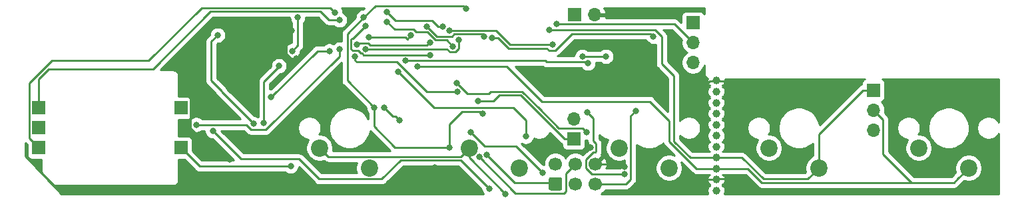
<source format=gbr>
%TF.GenerationSoftware,KiCad,Pcbnew,(5.1.6)-1*%
%TF.CreationDate,2021-02-02T10:35:07-06:00*%
%TF.ProjectId,Pikatea Macropad Mini,50696b61-7465-4612-904d-6163726f7061,rev?*%
%TF.SameCoordinates,Original*%
%TF.FileFunction,Copper,L2,Bot*%
%TF.FilePolarity,Positive*%
%FSLAX46Y46*%
G04 Gerber Fmt 4.6, Leading zero omitted, Abs format (unit mm)*
G04 Created by KiCad (PCBNEW (5.1.6)-1) date 2021-02-02 10:35:07*
%MOMM*%
%LPD*%
G01*
G04 APERTURE LIST*
%TA.AperFunction,ComponentPad*%
%ADD10C,1.000000*%
%TD*%
%TA.AperFunction,ComponentPad*%
%ADD11O,1.700000X1.700000*%
%TD*%
%TA.AperFunction,ComponentPad*%
%ADD12R,1.700000X1.700000*%
%TD*%
%TA.AperFunction,ComponentPad*%
%ADD13C,2.200000*%
%TD*%
%TA.AperFunction,ComponentPad*%
%ADD14C,1.700000*%
%TD*%
%TA.AperFunction,ViaPad*%
%ADD15C,0.800000*%
%TD*%
%TA.AperFunction,Conductor*%
%ADD16C,0.250000*%
%TD*%
%TA.AperFunction,Conductor*%
%ADD17C,0.254000*%
%TD*%
G04 APERTURE END LIST*
D10*
%TO.P,J6,1*%
%TO.N,GND*%
X177500000Y-98900000D03*
X177500000Y-112900000D03*
X177500000Y-111500000D03*
%TO.P,J6,3*%
%TO.N,/D6*%
X177500000Y-110100000D03*
%TO.P,J6,2*%
%TO.N,/D8*%
X177500000Y-108700000D03*
%TO.P,J6,1*%
%TO.N,GND*%
X177500000Y-107300000D03*
X177500000Y-100300000D03*
X177500000Y-101700000D03*
X177500000Y-103100000D03*
X177500000Y-104500000D03*
%TO.P,J6,4*%
%TO.N,/A0*%
X177500000Y-105900000D03*
%TD*%
D11*
%TO.P,J5,3*%
%TO.N,/A0*%
X197500000Y-105180000D03*
%TO.P,J5,2*%
%TO.N,/D6*%
X197500000Y-102640000D03*
D12*
%TO.P,J5,1*%
%TO.N,/D8*%
X197500000Y-100100000D03*
%TD*%
D13*
%TO.P,MX5,2*%
%TO.N,/A0*%
X203250000Y-107460000D03*
%TO.P,MX5,1*%
%TO.N,/D6*%
X209600000Y-110000000D03*
%TD*%
%TO.P,MX4,2*%
%TO.N,/A0*%
X184200000Y-107460000D03*
%TO.P,MX4,1*%
%TO.N,/D8*%
X190550000Y-110000000D03*
%TD*%
D11*
%TO.P,J4,3*%
%TO.N,/A0*%
X174550000Y-96580000D03*
%TO.P,J4,2*%
%TO.N,/D1*%
X174550000Y-94040000D03*
D12*
%TO.P,J4,1*%
%TO.N,/D0*%
X174550000Y-91500000D03*
%TD*%
D11*
%TO.P,J3,2*%
%TO.N,GND*%
X162040000Y-90500000D03*
D12*
%TO.P,J3,1*%
%TO.N,/D-*%
X159500000Y-90500000D03*
%TD*%
D11*
%TO.P,J2,2*%
%TO.N,/D+*%
X159400000Y-103760000D03*
D12*
%TO.P,J2,1*%
%TO.N,VBUS*%
X159400000Y-106300000D03*
%TD*%
D14*
%TO.P,J1,6*%
%TO.N,GND*%
X162140000Y-109500000D03*
%TO.P,J1,4*%
%TO.N,/MOSI*%
X159600000Y-109500000D03*
%TO.P,J1,2*%
%TO.N,VBUS*%
X157060000Y-109500000D03*
%TO.P,J1,5*%
%TO.N,/RESET*%
X162140000Y-112040000D03*
%TO.P,J1,3*%
%TO.N,/SCK*%
X159600000Y-112040000D03*
%TO.P,J1,1*%
%TO.N,/MISO*%
%TA.AperFunction,ComponentPad*%
G36*
G01*
X157660000Y-112890000D02*
X156460000Y-112890000D01*
G75*
G02*
X156210000Y-112640000I0J250000D01*
G01*
X156210000Y-111440000D01*
G75*
G02*
X156460000Y-111190000I250000J0D01*
G01*
X157660000Y-111190000D01*
G75*
G02*
X157910000Y-111440000I0J-250000D01*
G01*
X157910000Y-112640000D01*
G75*
G02*
X157660000Y-112890000I-250000J0D01*
G01*
G37*
%TD.AperFunction*%
%TD*%
D12*
%TO.P,SW2,S1*%
%TO.N,/D2*%
X109450000Y-102360000D03*
%TO.P,SW2,S2*%
%TO.N,/A0*%
X109450000Y-107440000D03*
%TO.P,SW2,C*%
%TO.N,GND*%
X91350000Y-104900000D03*
%TO.P,SW2,B*%
%TO.N,/D3*%
X91350000Y-102360000D03*
%TO.P,SW2,A*%
%TO.N,/D4*%
X91350000Y-107440000D03*
%TD*%
D13*
%TO.P,MX3,2*%
%TO.N,/A0*%
X127050000Y-107460000D03*
%TO.P,MX3,1*%
%TO.N,/D7*%
X133400000Y-110000000D03*
%TD*%
%TO.P,MX2,2*%
%TO.N,/A0*%
X165150000Y-107460000D03*
%TO.P,MX2,1*%
%TO.N,/D9*%
X171500000Y-110000000D03*
%TD*%
%TO.P,MX1,2*%
%TO.N,/A0*%
X146100000Y-107460000D03*
%TO.P,MX1,1*%
%TO.N,/D5*%
X152450000Y-110000000D03*
%TD*%
D15*
%TO.N,GND*%
X156700000Y-97800000D03*
X167074999Y-97125001D03*
X123500000Y-92500000D03*
X124100000Y-96100000D03*
X129000000Y-99300000D03*
X129772978Y-101572978D03*
X109700000Y-100200000D03*
X115600000Y-108900000D03*
X154800000Y-97740000D03*
X170750000Y-99170000D03*
X168850000Y-96270000D03*
X158140000Y-100100000D03*
X157160000Y-107290000D03*
X165880000Y-109830000D03*
X168170000Y-109500000D03*
X141750000Y-109950000D03*
X139150000Y-110750000D03*
X161498305Y-107397453D03*
%TO.N,/3.3V*%
X156712653Y-94312653D03*
X128300000Y-95100000D03*
X120900000Y-101000000D03*
X131800000Y-94300000D03*
X143561354Y-92513341D03*
X163500000Y-95800000D03*
X160487510Y-95800000D03*
X141090000Y-94075000D03*
%TO.N,/MOSI*%
X147350084Y-108612510D03*
X132900000Y-91900000D03*
X141100000Y-95600000D03*
%TO.N,/RESET*%
X144500000Y-99200000D03*
X161020000Y-105460000D03*
X167270000Y-102740000D03*
%TO.N,/SCK*%
X146300000Y-105500000D03*
X155400000Y-110600000D03*
X113500000Y-105300000D03*
X148700000Y-112700000D03*
%TO.N,/MISO*%
X148300000Y-108300000D03*
X144587347Y-100312653D03*
X131600000Y-95800000D03*
%TO.N,/A0*%
X150700000Y-113300000D03*
X123400000Y-109800000D03*
%TO.N,/D9*%
X161087347Y-102887347D03*
X137975000Y-96325000D03*
X161212510Y-96672510D03*
X165875000Y-110829989D03*
%TO.N,/D6*%
X139500000Y-97100000D03*
%TO.N,/D5*%
X153300000Y-106000000D03*
X137100000Y-97800000D03*
%TO.N,Net-(R6-Pad2)*%
X124300000Y-90800000D03*
X123600000Y-95100000D03*
%TO.N,/CS*%
X138700000Y-93100000D03*
X133348120Y-93350001D03*
%TO.N,/D4*%
X142700000Y-92000000D03*
X135600000Y-90100000D03*
X129000000Y-90200000D03*
%TO.N,/D3*%
X135662500Y-91400000D03*
X144000000Y-94500000D03*
X129600000Y-91162490D03*
%TO.N,/D2*%
X111400000Y-104500000D03*
X129600000Y-94900000D03*
X132901783Y-94849479D03*
X144800000Y-93700000D03*
%TO.N,/D8*%
X140740000Y-91990000D03*
X148010000Y-93238341D03*
X156290000Y-92450000D03*
%TO.N,VBUS*%
X143600000Y-107400000D03*
X134000000Y-102300000D03*
X145700000Y-89700000D03*
X132675000Y-90825000D03*
X147800000Y-103074991D03*
X147200000Y-101500000D03*
%TO.N,/D7*%
X137200000Y-103900000D03*
X135300000Y-102300000D03*
%TO.N,Net-(U3-Pad8)*%
X120000000Y-104300000D03*
X121900000Y-97000000D03*
%TO.N,Net-(U3-Pad3)*%
X118700000Y-104400000D03*
X114100000Y-93100000D03*
%TO.N,/D1*%
X157220000Y-91630000D03*
%TO.N,/D0*%
X149007611Y-93399999D03*
X169517347Y-93252653D03*
%TD*%
D16*
%TO.N,GND*%
X122874999Y-93125001D02*
X123500000Y-92500000D01*
X122874999Y-95448001D02*
X122874999Y-93125001D01*
X123526998Y-96100000D02*
X122874999Y-95448001D01*
X124100000Y-96100000D02*
X123526998Y-96100000D01*
X129000000Y-99300000D02*
X129772978Y-100072978D01*
X129772978Y-100072978D02*
X129772978Y-101572978D01*
X110674999Y-104974999D02*
X111500000Y-105800000D01*
X109700000Y-100200000D02*
X110674999Y-101174999D01*
X110674999Y-101174999D02*
X110674999Y-104974999D01*
X111500000Y-105800000D02*
X112500000Y-105800000D01*
X112500000Y-105800000D02*
X115600000Y-108900000D01*
X156700000Y-97800000D02*
X154860000Y-97800000D01*
X154860000Y-97800000D02*
X154800000Y-97740000D01*
X168705001Y-97125001D02*
X167074999Y-97125001D01*
X170750000Y-99170000D02*
X168705001Y-97125001D01*
X168705001Y-97125001D02*
X168705001Y-96414999D01*
X168705001Y-96414999D02*
X168850000Y-96270000D01*
X162140000Y-109500000D02*
X165550000Y-109500000D01*
X165550000Y-109500000D02*
X165880000Y-109830000D01*
X157160000Y-107290000D02*
X157770000Y-107900000D01*
X157770000Y-107900000D02*
X160995758Y-107900000D01*
X160995758Y-107900000D02*
X161498305Y-107397453D01*
X177500000Y-98950000D02*
X178450000Y-98950000D01*
X178450000Y-98950000D02*
X179300000Y-99800000D01*
X179300000Y-99800000D02*
X179850000Y-100350000D01*
X177500000Y-98950000D02*
X176700000Y-98950000D01*
X176700000Y-98950000D02*
X175500000Y-100150000D01*
X175500000Y-100150000D02*
X175500000Y-100400000D01*
X177600000Y-111350000D02*
X179000000Y-111350000D01*
X177450000Y-111450000D02*
X175950000Y-111450000D01*
X139950000Y-109950000D02*
X139150000Y-110750000D01*
X141750000Y-109950000D02*
X139950000Y-109950000D01*
%TO.N,/3.3V*%
X156700000Y-94300000D02*
X156712653Y-94312653D01*
X128300000Y-95100000D02*
X126800000Y-95100000D01*
X126800000Y-95100000D02*
X120900000Y-101000000D01*
X151285655Y-94312653D02*
X156712653Y-94312653D01*
X149486343Y-92513341D02*
X151285655Y-94312653D01*
X143561354Y-92513341D02*
X149486343Y-92513341D01*
X163500000Y-95800000D02*
X160487510Y-95800000D01*
X133249784Y-94124478D02*
X131975522Y-94124478D01*
X131975522Y-94124478D02*
X131800000Y-94300000D01*
X140700531Y-94399469D02*
X133524775Y-94399469D01*
X133524775Y-94399469D02*
X133249784Y-94124478D01*
X141025000Y-94075000D02*
X140700531Y-94399469D01*
X141090000Y-94075000D02*
X141025000Y-94075000D01*
%TO.N,/MOSI*%
X158424999Y-110675001D02*
X159600000Y-109500000D01*
X158424999Y-112975001D02*
X158424999Y-110675001D01*
X158184990Y-113215010D02*
X158424999Y-112975001D01*
X151952584Y-113215010D02*
X158184990Y-113215010D01*
X147350084Y-108612510D02*
X151952584Y-113215010D01*
X132626998Y-95600000D02*
X141100000Y-95600000D01*
X131948001Y-95074999D02*
X132300000Y-95426998D01*
X132300000Y-95426998D02*
X132453996Y-95426998D01*
X131300000Y-93500000D02*
X131200000Y-93500000D01*
X131274999Y-95074999D02*
X131948001Y-95074999D01*
X132900000Y-91900000D02*
X131300000Y-93500000D01*
X131050010Y-93649990D02*
X131050010Y-94850010D01*
X131200000Y-93500000D02*
X131050010Y-93649990D01*
X132453996Y-95426998D02*
X132626998Y-95600000D01*
X131050010Y-94850010D02*
X131274999Y-95074999D01*
%TO.N,/RESET*%
X148574999Y-100575001D02*
X148849990Y-100300010D01*
X144500000Y-99200000D02*
X145875001Y-100575001D01*
X145875001Y-100575001D02*
X148574999Y-100575001D01*
X148849990Y-100300010D02*
X152827190Y-100300010D01*
X152827190Y-100300010D02*
X154977190Y-102450010D01*
X160495001Y-104935001D02*
X161020000Y-105460000D01*
X154977190Y-102450010D02*
X157462181Y-104935001D01*
X157462181Y-104935001D02*
X160495001Y-104935001D01*
X166634999Y-103375001D02*
X167270000Y-102740000D01*
X162140000Y-112040000D02*
X166040000Y-112040000D01*
X166634999Y-111445001D02*
X166634999Y-103375001D01*
X166040000Y-112040000D02*
X166634999Y-111445001D01*
%TO.N,/SCK*%
X146300000Y-105500000D02*
X148045001Y-107245001D01*
X152045001Y-107245001D02*
X155400000Y-110600000D01*
X148045001Y-107245001D02*
X152045001Y-107245001D01*
X145010009Y-109010009D02*
X148700000Y-112700000D01*
X137389991Y-109010009D02*
X145010009Y-109010009D01*
X113500000Y-105300000D02*
X117085001Y-108885001D01*
X134974999Y-111425001D02*
X137389991Y-109010009D01*
X117085001Y-108885001D02*
X124485001Y-108885001D01*
X124485001Y-108885001D02*
X127025001Y-111425001D01*
X127025001Y-111425001D02*
X134974999Y-111425001D01*
%TO.N,/MISO*%
X148300000Y-108300000D02*
X151900000Y-111900000D01*
X156920000Y-111900000D02*
X157060000Y-112040000D01*
X151900000Y-111900000D02*
X156920000Y-111900000D01*
X144587347Y-100312653D02*
X140712653Y-100312653D01*
X140712653Y-100312653D02*
X136900000Y-96500000D01*
X136900000Y-96500000D02*
X131800000Y-96500000D01*
X131600000Y-96300000D02*
X131600000Y-95800000D01*
X131800000Y-96500000D02*
X131600000Y-96300000D01*
%TO.N,/A0*%
X109970000Y-107460000D02*
X109950000Y-107440000D01*
X165300000Y-107610000D02*
X165150000Y-107460000D01*
X109470000Y-107460000D02*
X109450000Y-107440000D01*
X109450000Y-107440000D02*
X111810000Y-109800000D01*
X111810000Y-109800000D02*
X123400000Y-109800000D01*
X145000001Y-108559999D02*
X128149999Y-108559999D01*
X128149999Y-108559999D02*
X127050000Y-107460000D01*
X146100000Y-108700000D02*
X150700000Y-113300000D01*
X146100000Y-107460000D02*
X146100000Y-108700000D01*
X146100000Y-107460000D02*
X145000001Y-108559999D01*
%TO.N,/D9*%
X155773308Y-96325000D02*
X137975000Y-96325000D01*
X155973309Y-96525001D02*
X161065001Y-96525001D01*
X155773308Y-96325000D02*
X155973309Y-96525001D01*
X161065001Y-96525001D02*
X161212510Y-96672510D01*
X161730987Y-110829989D02*
X160964999Y-110064001D01*
X161900000Y-103700000D02*
X161087347Y-102887347D01*
X165875000Y-110829989D02*
X161730987Y-110829989D01*
X160964999Y-110064001D02*
X160964999Y-108935999D01*
X160964999Y-108935999D02*
X161900000Y-108000998D01*
X161900000Y-108000998D02*
X162099002Y-108000998D01*
X162223306Y-107876694D02*
X162223306Y-106923306D01*
X162099002Y-108000998D02*
X162223306Y-107876694D01*
X161900000Y-106600000D02*
X161900000Y-103700000D01*
X162223306Y-106923306D02*
X161900000Y-106600000D01*
%TO.N,/D6*%
X207724990Y-111875010D02*
X208174999Y-111425001D01*
X208174999Y-111425001D02*
X209600000Y-110000000D01*
X198675001Y-103815001D02*
X198675001Y-108225021D01*
X184625000Y-111875010D02*
X202324990Y-111875010D01*
X198675001Y-108225021D02*
X202324990Y-111875010D01*
X197500000Y-102640000D02*
X198675001Y-103815001D01*
X202324990Y-111875010D02*
X207724990Y-111875010D01*
X155349990Y-101549990D02*
X150900000Y-97100000D01*
X174963590Y-110100000D02*
X171500000Y-106636410D01*
X150900000Y-97100000D02*
X139500000Y-97100000D01*
X177500000Y-110100000D02*
X174963590Y-110100000D01*
X171500000Y-106636410D02*
X171500000Y-104018998D01*
X171500000Y-104018998D02*
X169030992Y-101549990D01*
X169030992Y-101549990D02*
X155349990Y-101549990D01*
X177500000Y-110100000D02*
X181550000Y-110100000D01*
X183325010Y-111875010D02*
X184625000Y-111875010D01*
X181550000Y-110100000D02*
X183325010Y-111875010D01*
%TO.N,/D5*%
X153300000Y-103900000D02*
X153300000Y-106000000D01*
X151749991Y-102349991D02*
X153300000Y-103900000D01*
X137100000Y-97800000D02*
X141649991Y-102349991D01*
X141649991Y-102349991D02*
X151749991Y-102349991D01*
%TO.N,Net-(R6-Pad2)*%
X124300000Y-90800000D02*
X124300000Y-94400000D01*
X124300000Y-94400000D02*
X123600000Y-95100000D01*
%TO.N,/CS*%
X138225000Y-93575000D02*
X138700000Y-93100000D01*
X138000001Y-93350001D02*
X138225000Y-93575000D01*
X133348120Y-93350001D02*
X138000001Y-93350001D01*
%TO.N,/D4*%
X135600000Y-90264498D02*
X135600000Y-90100000D01*
X90174999Y-99188591D02*
X90174999Y-106264999D01*
X129000000Y-90200000D02*
X128424990Y-89624990D01*
X128424990Y-89624990D02*
X112075010Y-89624990D01*
X112075010Y-89624990D02*
X105349990Y-96350010D01*
X105349990Y-96350010D02*
X93013580Y-96350010D01*
X90174999Y-106264999D02*
X91350000Y-107440000D01*
X93013580Y-96350010D02*
X90174999Y-99188591D01*
X141399314Y-91264999D02*
X136764999Y-91264999D01*
X136764999Y-91264999D02*
X135600000Y-90100000D01*
X142134315Y-92000000D02*
X141399314Y-91264999D01*
X142700000Y-92000000D02*
X142134315Y-92000000D01*
%TO.N,/D3*%
X127174999Y-90074999D02*
X128262490Y-91162490D01*
X91350000Y-98650000D02*
X92600000Y-97400000D01*
X92600000Y-97400000D02*
X105900000Y-97400000D01*
X113225001Y-90074999D02*
X127174999Y-90074999D01*
X128262490Y-91162490D02*
X129600000Y-91162490D01*
X91350000Y-102360000D02*
X91350000Y-98650000D01*
X105900000Y-97400000D02*
X113225001Y-90074999D01*
X136637499Y-92374999D02*
X135662500Y-91400000D01*
X139388003Y-92715001D02*
X139048001Y-92374999D01*
X139048001Y-92374999D02*
X136637499Y-92374999D01*
X140803003Y-92715001D02*
X139388003Y-92715001D01*
X141815001Y-93726999D02*
X140803003Y-92715001D01*
X143226999Y-93726999D02*
X141815001Y-93726999D01*
X144000000Y-94500000D02*
X143226999Y-93726999D01*
%TO.N,/D2*%
X117726998Y-104500000D02*
X118351999Y-105125001D01*
X111400000Y-104500000D02*
X117726998Y-104500000D01*
X118351999Y-105125001D02*
X120248001Y-105125001D01*
X120248001Y-105125001D02*
X129600000Y-95773002D01*
X129600000Y-95773002D02*
X129600000Y-94900000D01*
X143276477Y-94849479D02*
X143651999Y-95225001D01*
X143651999Y-95225001D02*
X144348001Y-95225001D01*
X132901783Y-94849479D02*
X143276477Y-94849479D01*
X144348001Y-95225001D02*
X144800000Y-94773002D01*
X144800000Y-94773002D02*
X144800000Y-93700000D01*
%TO.N,/D8*%
X141988342Y-93238342D02*
X143909355Y-93238342D01*
X143909355Y-93238342D02*
X144172698Y-92974999D01*
X140740000Y-91990000D02*
X141988342Y-93238342D01*
X144172698Y-92974999D02*
X147746658Y-92974999D01*
X147746658Y-92974999D02*
X148010000Y-93238341D01*
X170570000Y-93280000D02*
X169740000Y-92450000D01*
X170570000Y-96720000D02*
X170570000Y-93280000D01*
X169740000Y-92450000D02*
X156290000Y-92450000D01*
X172120000Y-106620000D02*
X172120000Y-98270000D01*
X172120000Y-98270000D02*
X170570000Y-96720000D01*
X196170998Y-100100000D02*
X190550000Y-105720998D01*
X190550000Y-105720998D02*
X190550000Y-110000000D01*
X197500000Y-100100000D02*
X196170998Y-100100000D01*
X174200000Y-108700000D02*
X172120000Y-106620000D01*
X177500000Y-108700000D02*
X174200000Y-108700000D01*
X183511410Y-111425000D02*
X189124999Y-111425001D01*
X180786410Y-108700000D02*
X183511410Y-111425000D01*
X189124999Y-111425001D02*
X190550000Y-110000000D01*
X177500000Y-108700000D02*
X180786410Y-108700000D01*
%TO.N,VBUS*%
X134000000Y-104719002D02*
X134000000Y-102300000D01*
X136680998Y-107400000D02*
X134000000Y-104719002D01*
X143600000Y-107400000D02*
X136680998Y-107400000D01*
X134000000Y-102300000D02*
X130600000Y-98900000D01*
X143600000Y-104410998D02*
X145210998Y-102800000D01*
X143600000Y-107400000D02*
X143600000Y-104410998D01*
X130600001Y-92899999D02*
X132675000Y-90825000D01*
X130600000Y-98900000D02*
X130600001Y-92899999D01*
X145350010Y-89350010D02*
X145700000Y-89700000D01*
X132675000Y-90825000D02*
X134149990Y-89350010D01*
X134149990Y-89350010D02*
X145350010Y-89350010D01*
X158190770Y-106300000D02*
X159400000Y-106300000D01*
X152640790Y-100750020D02*
X158190770Y-106300000D01*
X149949980Y-100750020D02*
X152640790Y-100750020D01*
X145210998Y-102800000D02*
X147525009Y-102800000D01*
X147525009Y-102800000D02*
X147800000Y-103074991D01*
X149200000Y-101500000D02*
X149949980Y-100750020D01*
X147200000Y-101500000D02*
X149200000Y-101500000D01*
%TO.N,/D7*%
X137200000Y-103900000D02*
X136700000Y-103400000D01*
X136700000Y-103400000D02*
X136400000Y-103400000D01*
X136400000Y-103400000D02*
X135300000Y-102300000D01*
%TO.N,Net-(U3-Pad8)*%
X120000000Y-104300000D02*
X120000000Y-99000000D01*
X120000000Y-99000000D02*
X121900000Y-97100000D01*
X121900000Y-97100000D02*
X121900000Y-97000000D01*
%TO.N,Net-(U3-Pad3)*%
X118700000Y-104400000D02*
X114600000Y-100300000D01*
X114600000Y-100300000D02*
X114600000Y-100200000D01*
X114600000Y-100200000D02*
X113300000Y-98900000D01*
X113300000Y-98900000D02*
X113300000Y-93900000D01*
X113300000Y-93900000D02*
X114100000Y-93100000D01*
%TO.N,/D1*%
X157220000Y-91630000D02*
X157265001Y-91675001D01*
X172185001Y-91675001D02*
X174550000Y-94040000D01*
X158389999Y-91675001D02*
X172185001Y-91675001D01*
X158344998Y-91630000D02*
X158389999Y-91675001D01*
X157220000Y-91630000D02*
X158344998Y-91630000D01*
%TO.N,/D0*%
X149007611Y-93399999D02*
X149736591Y-93399999D01*
X149736591Y-93399999D02*
X151099255Y-94762663D01*
X151099255Y-94762663D02*
X153370000Y-94762663D01*
X153370000Y-94762663D02*
X155970000Y-94762663D01*
X155970000Y-94762663D02*
X156244991Y-95037654D01*
X157060654Y-95037654D02*
X159198298Y-92900010D01*
X156244991Y-95037654D02*
X157060654Y-95037654D01*
X159198298Y-92900010D02*
X164480000Y-92900010D01*
X164480000Y-92900010D02*
X168620000Y-92900010D01*
X168620000Y-92900010D02*
X169164704Y-92900010D01*
X169164704Y-92900010D02*
X169517347Y-93252653D01*
%TD*%
D17*
%TO.N,GND*%
G36*
X170791828Y-106919999D02*
G01*
X170794454Y-106928656D01*
X170865026Y-107060686D01*
X170894019Y-107096014D01*
X170959999Y-107176411D01*
X170989003Y-107200214D01*
X172201344Y-108412556D01*
X172006081Y-108331675D01*
X171670883Y-108265000D01*
X171329117Y-108265000D01*
X170993919Y-108331675D01*
X170678169Y-108462463D01*
X170394002Y-108652337D01*
X170152337Y-108894002D01*
X169962463Y-109178169D01*
X169831675Y-109493919D01*
X169765000Y-109829117D01*
X169765000Y-110170883D01*
X169831675Y-110506081D01*
X169962463Y-110821831D01*
X170152337Y-111105998D01*
X170394002Y-111347663D01*
X170678169Y-111537537D01*
X170993919Y-111668325D01*
X171329117Y-111735000D01*
X171670883Y-111735000D01*
X172006081Y-111668325D01*
X172321831Y-111537537D01*
X172605998Y-111347663D01*
X172847663Y-111105998D01*
X173037537Y-110821831D01*
X173168325Y-110506081D01*
X173235000Y-110170883D01*
X173235000Y-109829117D01*
X173168325Y-109493919D01*
X173087444Y-109298656D01*
X174399790Y-110611002D01*
X174423589Y-110640001D01*
X174452587Y-110663799D01*
X174539313Y-110734974D01*
X174642309Y-110790027D01*
X174671343Y-110805546D01*
X174814604Y-110849003D01*
X174926257Y-110860000D01*
X174926267Y-110860000D01*
X174963590Y-110863676D01*
X175000913Y-110860000D01*
X176654868Y-110860000D01*
X176665000Y-110870132D01*
X176665000Y-110882240D01*
X176670499Y-110909884D01*
X176508412Y-110936550D01*
X176417542Y-111140826D01*
X176368269Y-111358905D01*
X176362489Y-111582406D01*
X176400423Y-111802740D01*
X176480613Y-112011440D01*
X176508412Y-112063450D01*
X176670499Y-112090116D01*
X176665000Y-112117760D01*
X176665000Y-112122970D01*
X176604181Y-112183789D01*
X176620392Y-112200000D01*
X176604181Y-112216211D01*
X176665000Y-112277030D01*
X176665000Y-112282240D01*
X176670499Y-112309884D01*
X176508412Y-112336550D01*
X176417542Y-112540826D01*
X176368269Y-112758905D01*
X176362489Y-112982406D01*
X176400423Y-113202740D01*
X176453163Y-113340000D01*
X162867342Y-113340000D01*
X163086632Y-113193475D01*
X163293475Y-112986632D01*
X163418178Y-112800000D01*
X166002678Y-112800000D01*
X166040000Y-112803676D01*
X166077322Y-112800000D01*
X166077333Y-112800000D01*
X166188986Y-112789003D01*
X166332247Y-112745546D01*
X166464276Y-112674974D01*
X166580001Y-112580001D01*
X166603803Y-112550998D01*
X167146003Y-112008799D01*
X167175000Y-111985002D01*
X167269973Y-111869277D01*
X167340545Y-111737248D01*
X167384002Y-111593987D01*
X167394999Y-111482334D01*
X167394999Y-111482326D01*
X167398675Y-111445001D01*
X167394999Y-111407676D01*
X167394999Y-107043388D01*
X167711859Y-107255107D01*
X168191399Y-107453739D01*
X168700475Y-107555000D01*
X169219525Y-107555000D01*
X169728601Y-107453739D01*
X170208141Y-107255107D01*
X170639715Y-106966738D01*
X170767303Y-106839150D01*
X170791828Y-106919999D01*
G37*
X170791828Y-106919999D02*
X170794454Y-106928656D01*
X170865026Y-107060686D01*
X170894019Y-107096014D01*
X170959999Y-107176411D01*
X170989003Y-107200214D01*
X172201344Y-108412556D01*
X172006081Y-108331675D01*
X171670883Y-108265000D01*
X171329117Y-108265000D01*
X170993919Y-108331675D01*
X170678169Y-108462463D01*
X170394002Y-108652337D01*
X170152337Y-108894002D01*
X169962463Y-109178169D01*
X169831675Y-109493919D01*
X169765000Y-109829117D01*
X169765000Y-110170883D01*
X169831675Y-110506081D01*
X169962463Y-110821831D01*
X170152337Y-111105998D01*
X170394002Y-111347663D01*
X170678169Y-111537537D01*
X170993919Y-111668325D01*
X171329117Y-111735000D01*
X171670883Y-111735000D01*
X172006081Y-111668325D01*
X172321831Y-111537537D01*
X172605998Y-111347663D01*
X172847663Y-111105998D01*
X173037537Y-110821831D01*
X173168325Y-110506081D01*
X173235000Y-110170883D01*
X173235000Y-109829117D01*
X173168325Y-109493919D01*
X173087444Y-109298656D01*
X174399790Y-110611002D01*
X174423589Y-110640001D01*
X174452587Y-110663799D01*
X174539313Y-110734974D01*
X174642309Y-110790027D01*
X174671343Y-110805546D01*
X174814604Y-110849003D01*
X174926257Y-110860000D01*
X174926267Y-110860000D01*
X174963590Y-110863676D01*
X175000913Y-110860000D01*
X176654868Y-110860000D01*
X176665000Y-110870132D01*
X176665000Y-110882240D01*
X176670499Y-110909884D01*
X176508412Y-110936550D01*
X176417542Y-111140826D01*
X176368269Y-111358905D01*
X176362489Y-111582406D01*
X176400423Y-111802740D01*
X176480613Y-112011440D01*
X176508412Y-112063450D01*
X176670499Y-112090116D01*
X176665000Y-112117760D01*
X176665000Y-112122970D01*
X176604181Y-112183789D01*
X176620392Y-112200000D01*
X176604181Y-112216211D01*
X176665000Y-112277030D01*
X176665000Y-112282240D01*
X176670499Y-112309884D01*
X176508412Y-112336550D01*
X176417542Y-112540826D01*
X176368269Y-112758905D01*
X176362489Y-112982406D01*
X176400423Y-113202740D01*
X176453163Y-113340000D01*
X162867342Y-113340000D01*
X163086632Y-113193475D01*
X163293475Y-112986632D01*
X163418178Y-112800000D01*
X166002678Y-112800000D01*
X166040000Y-112803676D01*
X166077322Y-112800000D01*
X166077333Y-112800000D01*
X166188986Y-112789003D01*
X166332247Y-112745546D01*
X166464276Y-112674974D01*
X166580001Y-112580001D01*
X166603803Y-112550998D01*
X167146003Y-112008799D01*
X167175000Y-111985002D01*
X167269973Y-111869277D01*
X167340545Y-111737248D01*
X167384002Y-111593987D01*
X167394999Y-111482334D01*
X167394999Y-111482326D01*
X167398675Y-111445001D01*
X167394999Y-111407676D01*
X167394999Y-107043388D01*
X167711859Y-107255107D01*
X168191399Y-107453739D01*
X168700475Y-107555000D01*
X169219525Y-107555000D01*
X169728601Y-107453739D01*
X170208141Y-107255107D01*
X170639715Y-106966738D01*
X170767303Y-106839150D01*
X170791828Y-106919999D01*
G36*
X213440001Y-104192659D02*
G01*
X213293475Y-103973368D01*
X213086632Y-103766525D01*
X212843411Y-103604010D01*
X212573158Y-103492068D01*
X212286260Y-103435000D01*
X211993740Y-103435000D01*
X211706842Y-103492068D01*
X211436589Y-103604010D01*
X211193368Y-103766525D01*
X210986525Y-103973368D01*
X210824010Y-104216589D01*
X210712068Y-104486842D01*
X210655000Y-104773740D01*
X210655000Y-105066260D01*
X210712068Y-105353158D01*
X210824010Y-105623411D01*
X210986525Y-105866632D01*
X211193368Y-106073475D01*
X211436589Y-106235990D01*
X211706842Y-106347932D01*
X211993740Y-106405000D01*
X212286260Y-106405000D01*
X212573158Y-106347932D01*
X212843411Y-106235990D01*
X213086632Y-106073475D01*
X213293475Y-105866632D01*
X213440001Y-105647341D01*
X213440000Y-113340000D01*
X178546503Y-113340000D01*
X178582458Y-113259174D01*
X178631731Y-113041095D01*
X178637511Y-112817594D01*
X178599577Y-112597260D01*
X178519387Y-112388560D01*
X178491588Y-112336550D01*
X178329501Y-112309884D01*
X178335000Y-112282240D01*
X178335000Y-112277030D01*
X178395819Y-112216211D01*
X178379608Y-112200000D01*
X178395819Y-112183789D01*
X178335000Y-112122970D01*
X178335000Y-112117760D01*
X178329501Y-112090116D01*
X178491588Y-112063450D01*
X178582458Y-111859174D01*
X178631731Y-111641095D01*
X178637511Y-111417594D01*
X178599577Y-111197260D01*
X178519387Y-110988560D01*
X178491588Y-110936550D01*
X178329501Y-110909884D01*
X178335000Y-110882240D01*
X178335000Y-110870132D01*
X178345132Y-110860000D01*
X181235199Y-110860000D01*
X182761211Y-112386013D01*
X182785009Y-112415011D01*
X182900734Y-112509984D01*
X183032763Y-112580556D01*
X183176024Y-112624013D01*
X183287677Y-112635010D01*
X183287686Y-112635010D01*
X183325009Y-112638686D01*
X183362332Y-112635010D01*
X202287667Y-112635010D01*
X202324990Y-112638686D01*
X202362313Y-112635010D01*
X207687668Y-112635010D01*
X207724990Y-112638686D01*
X207762312Y-112635010D01*
X207762323Y-112635010D01*
X207873976Y-112624013D01*
X208017237Y-112580556D01*
X208149266Y-112509984D01*
X208264991Y-112415011D01*
X208288794Y-112386007D01*
X208738798Y-111936003D01*
X209032088Y-111642714D01*
X209093919Y-111668325D01*
X209429117Y-111735000D01*
X209770883Y-111735000D01*
X210106081Y-111668325D01*
X210421831Y-111537537D01*
X210705998Y-111347663D01*
X210947663Y-111105998D01*
X211137537Y-110821831D01*
X211268325Y-110506081D01*
X211335000Y-110170883D01*
X211335000Y-109829117D01*
X211268325Y-109493919D01*
X211137537Y-109178169D01*
X210947663Y-108894002D01*
X210705998Y-108652337D01*
X210421831Y-108462463D01*
X210106081Y-108331675D01*
X209770883Y-108265000D01*
X209429117Y-108265000D01*
X209093919Y-108331675D01*
X208778169Y-108462463D01*
X208494002Y-108652337D01*
X208252337Y-108894002D01*
X208062463Y-109178169D01*
X207931675Y-109493919D01*
X207865000Y-109829117D01*
X207865000Y-110170883D01*
X207931675Y-110506081D01*
X207957286Y-110567912D01*
X207663997Y-110861202D01*
X207410189Y-111115010D01*
X202639792Y-111115010D01*
X199435001Y-107910220D01*
X199435001Y-104773740D01*
X200495000Y-104773740D01*
X200495000Y-105066260D01*
X200552068Y-105353158D01*
X200664010Y-105623411D01*
X200826525Y-105866632D01*
X201033368Y-106073475D01*
X201276589Y-106235990D01*
X201546842Y-106347932D01*
X201833740Y-106405000D01*
X201868261Y-106405000D01*
X201712463Y-106638169D01*
X201581675Y-106953919D01*
X201515000Y-107289117D01*
X201515000Y-107630883D01*
X201581675Y-107966081D01*
X201712463Y-108281831D01*
X201902337Y-108565998D01*
X202144002Y-108807663D01*
X202428169Y-108997537D01*
X202743919Y-109128325D01*
X203079117Y-109195000D01*
X203420883Y-109195000D01*
X203756081Y-109128325D01*
X204071831Y-108997537D01*
X204355998Y-108807663D01*
X204597663Y-108565998D01*
X204787537Y-108281831D01*
X204918325Y-107966081D01*
X204985000Y-107630883D01*
X204985000Y-107289117D01*
X204918325Y-106953919D01*
X204787537Y-106638169D01*
X204597663Y-106354002D01*
X204355998Y-106112337D01*
X204071831Y-105922463D01*
X203756081Y-105791675D01*
X203420883Y-105725000D01*
X203228110Y-105725000D01*
X203295990Y-105623411D01*
X203407932Y-105353158D01*
X203465000Y-105066260D01*
X203465000Y-104773740D01*
X203442471Y-104660475D01*
X204425000Y-104660475D01*
X204425000Y-105179525D01*
X204526261Y-105688601D01*
X204724893Y-106168141D01*
X205013262Y-106599715D01*
X205380285Y-106966738D01*
X205811859Y-107255107D01*
X206291399Y-107453739D01*
X206800475Y-107555000D01*
X207319525Y-107555000D01*
X207828601Y-107453739D01*
X208308141Y-107255107D01*
X208739715Y-106966738D01*
X209106738Y-106599715D01*
X209395107Y-106168141D01*
X209593739Y-105688601D01*
X209695000Y-105179525D01*
X209695000Y-104660475D01*
X209593739Y-104151399D01*
X209395107Y-103671859D01*
X209106738Y-103240285D01*
X208739715Y-102873262D01*
X208308141Y-102584893D01*
X207828601Y-102386261D01*
X207319525Y-102285000D01*
X206800475Y-102285000D01*
X206291399Y-102386261D01*
X205811859Y-102584893D01*
X205380285Y-102873262D01*
X205013262Y-103240285D01*
X204724893Y-103671859D01*
X204526261Y-104151399D01*
X204425000Y-104660475D01*
X203442471Y-104660475D01*
X203407932Y-104486842D01*
X203295990Y-104216589D01*
X203133475Y-103973368D01*
X202926632Y-103766525D01*
X202683411Y-103604010D01*
X202413158Y-103492068D01*
X202126260Y-103435000D01*
X201833740Y-103435000D01*
X201546842Y-103492068D01*
X201276589Y-103604010D01*
X201033368Y-103766525D01*
X200826525Y-103973368D01*
X200664010Y-104216589D01*
X200552068Y-104486842D01*
X200495000Y-104773740D01*
X199435001Y-104773740D01*
X199435001Y-103852323D01*
X199438677Y-103815000D01*
X199435001Y-103777677D01*
X199435001Y-103777668D01*
X199424004Y-103666015D01*
X199380547Y-103522754D01*
X199309975Y-103390725D01*
X199215002Y-103275000D01*
X199186005Y-103251203D01*
X198941210Y-103006408D01*
X198985000Y-102786260D01*
X198985000Y-102493740D01*
X198927932Y-102206842D01*
X198815990Y-101936589D01*
X198653475Y-101693368D01*
X198521620Y-101561513D01*
X198594180Y-101539502D01*
X198704494Y-101480537D01*
X198801185Y-101401185D01*
X198880537Y-101304494D01*
X198939502Y-101194180D01*
X198975812Y-101074482D01*
X198988072Y-100950000D01*
X198988072Y-99250000D01*
X198975812Y-99125518D01*
X198939502Y-99005820D01*
X198880537Y-98895506D01*
X198801185Y-98798815D01*
X198704494Y-98719463D01*
X198594180Y-98660498D01*
X198592538Y-98660000D01*
X213440001Y-98660000D01*
X213440001Y-104192659D01*
G37*
X213440001Y-104192659D02*
X213293475Y-103973368D01*
X213086632Y-103766525D01*
X212843411Y-103604010D01*
X212573158Y-103492068D01*
X212286260Y-103435000D01*
X211993740Y-103435000D01*
X211706842Y-103492068D01*
X211436589Y-103604010D01*
X211193368Y-103766525D01*
X210986525Y-103973368D01*
X210824010Y-104216589D01*
X210712068Y-104486842D01*
X210655000Y-104773740D01*
X210655000Y-105066260D01*
X210712068Y-105353158D01*
X210824010Y-105623411D01*
X210986525Y-105866632D01*
X211193368Y-106073475D01*
X211436589Y-106235990D01*
X211706842Y-106347932D01*
X211993740Y-106405000D01*
X212286260Y-106405000D01*
X212573158Y-106347932D01*
X212843411Y-106235990D01*
X213086632Y-106073475D01*
X213293475Y-105866632D01*
X213440001Y-105647341D01*
X213440000Y-113340000D01*
X178546503Y-113340000D01*
X178582458Y-113259174D01*
X178631731Y-113041095D01*
X178637511Y-112817594D01*
X178599577Y-112597260D01*
X178519387Y-112388560D01*
X178491588Y-112336550D01*
X178329501Y-112309884D01*
X178335000Y-112282240D01*
X178335000Y-112277030D01*
X178395819Y-112216211D01*
X178379608Y-112200000D01*
X178395819Y-112183789D01*
X178335000Y-112122970D01*
X178335000Y-112117760D01*
X178329501Y-112090116D01*
X178491588Y-112063450D01*
X178582458Y-111859174D01*
X178631731Y-111641095D01*
X178637511Y-111417594D01*
X178599577Y-111197260D01*
X178519387Y-110988560D01*
X178491588Y-110936550D01*
X178329501Y-110909884D01*
X178335000Y-110882240D01*
X178335000Y-110870132D01*
X178345132Y-110860000D01*
X181235199Y-110860000D01*
X182761211Y-112386013D01*
X182785009Y-112415011D01*
X182900734Y-112509984D01*
X183032763Y-112580556D01*
X183176024Y-112624013D01*
X183287677Y-112635010D01*
X183287686Y-112635010D01*
X183325009Y-112638686D01*
X183362332Y-112635010D01*
X202287667Y-112635010D01*
X202324990Y-112638686D01*
X202362313Y-112635010D01*
X207687668Y-112635010D01*
X207724990Y-112638686D01*
X207762312Y-112635010D01*
X207762323Y-112635010D01*
X207873976Y-112624013D01*
X208017237Y-112580556D01*
X208149266Y-112509984D01*
X208264991Y-112415011D01*
X208288794Y-112386007D01*
X208738798Y-111936003D01*
X209032088Y-111642714D01*
X209093919Y-111668325D01*
X209429117Y-111735000D01*
X209770883Y-111735000D01*
X210106081Y-111668325D01*
X210421831Y-111537537D01*
X210705998Y-111347663D01*
X210947663Y-111105998D01*
X211137537Y-110821831D01*
X211268325Y-110506081D01*
X211335000Y-110170883D01*
X211335000Y-109829117D01*
X211268325Y-109493919D01*
X211137537Y-109178169D01*
X210947663Y-108894002D01*
X210705998Y-108652337D01*
X210421831Y-108462463D01*
X210106081Y-108331675D01*
X209770883Y-108265000D01*
X209429117Y-108265000D01*
X209093919Y-108331675D01*
X208778169Y-108462463D01*
X208494002Y-108652337D01*
X208252337Y-108894002D01*
X208062463Y-109178169D01*
X207931675Y-109493919D01*
X207865000Y-109829117D01*
X207865000Y-110170883D01*
X207931675Y-110506081D01*
X207957286Y-110567912D01*
X207663997Y-110861202D01*
X207410189Y-111115010D01*
X202639792Y-111115010D01*
X199435001Y-107910220D01*
X199435001Y-104773740D01*
X200495000Y-104773740D01*
X200495000Y-105066260D01*
X200552068Y-105353158D01*
X200664010Y-105623411D01*
X200826525Y-105866632D01*
X201033368Y-106073475D01*
X201276589Y-106235990D01*
X201546842Y-106347932D01*
X201833740Y-106405000D01*
X201868261Y-106405000D01*
X201712463Y-106638169D01*
X201581675Y-106953919D01*
X201515000Y-107289117D01*
X201515000Y-107630883D01*
X201581675Y-107966081D01*
X201712463Y-108281831D01*
X201902337Y-108565998D01*
X202144002Y-108807663D01*
X202428169Y-108997537D01*
X202743919Y-109128325D01*
X203079117Y-109195000D01*
X203420883Y-109195000D01*
X203756081Y-109128325D01*
X204071831Y-108997537D01*
X204355998Y-108807663D01*
X204597663Y-108565998D01*
X204787537Y-108281831D01*
X204918325Y-107966081D01*
X204985000Y-107630883D01*
X204985000Y-107289117D01*
X204918325Y-106953919D01*
X204787537Y-106638169D01*
X204597663Y-106354002D01*
X204355998Y-106112337D01*
X204071831Y-105922463D01*
X203756081Y-105791675D01*
X203420883Y-105725000D01*
X203228110Y-105725000D01*
X203295990Y-105623411D01*
X203407932Y-105353158D01*
X203465000Y-105066260D01*
X203465000Y-104773740D01*
X203442471Y-104660475D01*
X204425000Y-104660475D01*
X204425000Y-105179525D01*
X204526261Y-105688601D01*
X204724893Y-106168141D01*
X205013262Y-106599715D01*
X205380285Y-106966738D01*
X205811859Y-107255107D01*
X206291399Y-107453739D01*
X206800475Y-107555000D01*
X207319525Y-107555000D01*
X207828601Y-107453739D01*
X208308141Y-107255107D01*
X208739715Y-106966738D01*
X209106738Y-106599715D01*
X209395107Y-106168141D01*
X209593739Y-105688601D01*
X209695000Y-105179525D01*
X209695000Y-104660475D01*
X209593739Y-104151399D01*
X209395107Y-103671859D01*
X209106738Y-103240285D01*
X208739715Y-102873262D01*
X208308141Y-102584893D01*
X207828601Y-102386261D01*
X207319525Y-102285000D01*
X206800475Y-102285000D01*
X206291399Y-102386261D01*
X205811859Y-102584893D01*
X205380285Y-102873262D01*
X205013262Y-103240285D01*
X204724893Y-103671859D01*
X204526261Y-104151399D01*
X204425000Y-104660475D01*
X203442471Y-104660475D01*
X203407932Y-104486842D01*
X203295990Y-104216589D01*
X203133475Y-103973368D01*
X202926632Y-103766525D01*
X202683411Y-103604010D01*
X202413158Y-103492068D01*
X202126260Y-103435000D01*
X201833740Y-103435000D01*
X201546842Y-103492068D01*
X201276589Y-103604010D01*
X201033368Y-103766525D01*
X200826525Y-103973368D01*
X200664010Y-104216589D01*
X200552068Y-104486842D01*
X200495000Y-104773740D01*
X199435001Y-104773740D01*
X199435001Y-103852323D01*
X199438677Y-103815000D01*
X199435001Y-103777677D01*
X199435001Y-103777668D01*
X199424004Y-103666015D01*
X199380547Y-103522754D01*
X199309975Y-103390725D01*
X199215002Y-103275000D01*
X199186005Y-103251203D01*
X198941210Y-103006408D01*
X198985000Y-102786260D01*
X198985000Y-102493740D01*
X198927932Y-102206842D01*
X198815990Y-101936589D01*
X198653475Y-101693368D01*
X198521620Y-101561513D01*
X198594180Y-101539502D01*
X198704494Y-101480537D01*
X198801185Y-101401185D01*
X198880537Y-101304494D01*
X198939502Y-101194180D01*
X198975812Y-101074482D01*
X198988072Y-100950000D01*
X198988072Y-99250000D01*
X198975812Y-99125518D01*
X198939502Y-99005820D01*
X198880537Y-98895506D01*
X198801185Y-98798815D01*
X198704494Y-98719463D01*
X198594180Y-98660498D01*
X198592538Y-98660000D01*
X213440001Y-98660000D01*
X213440001Y-104192659D01*
G36*
X89663997Y-106828798D02*
G01*
X89861928Y-107026729D01*
X89861928Y-108290000D01*
X89874188Y-108414482D01*
X89910498Y-108534180D01*
X89969463Y-108644494D01*
X90048815Y-108741185D01*
X90145506Y-108820537D01*
X90255820Y-108879502D01*
X90375518Y-108915812D01*
X90500000Y-108928072D01*
X91640001Y-108928072D01*
X91640001Y-110267581D01*
X91636808Y-110300000D01*
X91640001Y-110332419D01*
X91649551Y-110429383D01*
X91658770Y-110459774D01*
X91687290Y-110553792D01*
X91748575Y-110668450D01*
X91810386Y-110743766D01*
X91810389Y-110743769D01*
X91831053Y-110768948D01*
X91856232Y-110789612D01*
X93110388Y-112043769D01*
X93131052Y-112068948D01*
X93231550Y-112151425D01*
X93346207Y-112212710D01*
X93470617Y-112250450D01*
X93567581Y-112260000D01*
X93567588Y-112260000D01*
X93600000Y-112263192D01*
X93632412Y-112260000D01*
X108467581Y-112260000D01*
X108500000Y-112263193D01*
X108532419Y-112260000D01*
X108629383Y-112250450D01*
X108753793Y-112212710D01*
X108868450Y-112151425D01*
X108968948Y-112068948D01*
X109051425Y-111968450D01*
X109112710Y-111853793D01*
X109150450Y-111729383D01*
X109163193Y-111600000D01*
X109160000Y-111567581D01*
X109160000Y-108928072D01*
X109863271Y-108928072D01*
X111246201Y-110311003D01*
X111269999Y-110340001D01*
X111298997Y-110363799D01*
X111385723Y-110434974D01*
X111485445Y-110488277D01*
X111517753Y-110505546D01*
X111661014Y-110549003D01*
X111772667Y-110560000D01*
X111772677Y-110560000D01*
X111809999Y-110563676D01*
X111847322Y-110560000D01*
X122696289Y-110560000D01*
X122740226Y-110603937D01*
X122909744Y-110717205D01*
X123098102Y-110795226D01*
X123298061Y-110835000D01*
X123501939Y-110835000D01*
X123701898Y-110795226D01*
X123890256Y-110717205D01*
X124059774Y-110603937D01*
X124203937Y-110459774D01*
X124317205Y-110290256D01*
X124395226Y-110101898D01*
X124433696Y-109908497D01*
X126461206Y-111936009D01*
X126485000Y-111965002D01*
X126513993Y-111988796D01*
X126513997Y-111988800D01*
X126556883Y-112023995D01*
X126600725Y-112059975D01*
X126732754Y-112130547D01*
X126876015Y-112174004D01*
X126987668Y-112185001D01*
X126987677Y-112185001D01*
X127025000Y-112188677D01*
X127062323Y-112185001D01*
X134937677Y-112185001D01*
X134974999Y-112188677D01*
X135012321Y-112185001D01*
X135012332Y-112185001D01*
X135123985Y-112174004D01*
X135267246Y-112130547D01*
X135399275Y-112059975D01*
X135515000Y-111965002D01*
X135538803Y-111935998D01*
X137704794Y-109770009D01*
X144695208Y-109770009D01*
X147665000Y-112739802D01*
X147665000Y-112801939D01*
X147704774Y-113001898D01*
X147782795Y-113190256D01*
X147882850Y-113340000D01*
X94184933Y-113340000D01*
X89660000Y-108538032D01*
X89660000Y-106825518D01*
X89663997Y-106828798D01*
G37*
X89663997Y-106828798D02*
X89861928Y-107026729D01*
X89861928Y-108290000D01*
X89874188Y-108414482D01*
X89910498Y-108534180D01*
X89969463Y-108644494D01*
X90048815Y-108741185D01*
X90145506Y-108820537D01*
X90255820Y-108879502D01*
X90375518Y-108915812D01*
X90500000Y-108928072D01*
X91640001Y-108928072D01*
X91640001Y-110267581D01*
X91636808Y-110300000D01*
X91640001Y-110332419D01*
X91649551Y-110429383D01*
X91658770Y-110459774D01*
X91687290Y-110553792D01*
X91748575Y-110668450D01*
X91810386Y-110743766D01*
X91810389Y-110743769D01*
X91831053Y-110768948D01*
X91856232Y-110789612D01*
X93110388Y-112043769D01*
X93131052Y-112068948D01*
X93231550Y-112151425D01*
X93346207Y-112212710D01*
X93470617Y-112250450D01*
X93567581Y-112260000D01*
X93567588Y-112260000D01*
X93600000Y-112263192D01*
X93632412Y-112260000D01*
X108467581Y-112260000D01*
X108500000Y-112263193D01*
X108532419Y-112260000D01*
X108629383Y-112250450D01*
X108753793Y-112212710D01*
X108868450Y-112151425D01*
X108968948Y-112068948D01*
X109051425Y-111968450D01*
X109112710Y-111853793D01*
X109150450Y-111729383D01*
X109163193Y-111600000D01*
X109160000Y-111567581D01*
X109160000Y-108928072D01*
X109863271Y-108928072D01*
X111246201Y-110311003D01*
X111269999Y-110340001D01*
X111298997Y-110363799D01*
X111385723Y-110434974D01*
X111485445Y-110488277D01*
X111517753Y-110505546D01*
X111661014Y-110549003D01*
X111772667Y-110560000D01*
X111772677Y-110560000D01*
X111809999Y-110563676D01*
X111847322Y-110560000D01*
X122696289Y-110560000D01*
X122740226Y-110603937D01*
X122909744Y-110717205D01*
X123098102Y-110795226D01*
X123298061Y-110835000D01*
X123501939Y-110835000D01*
X123701898Y-110795226D01*
X123890256Y-110717205D01*
X124059774Y-110603937D01*
X124203937Y-110459774D01*
X124317205Y-110290256D01*
X124395226Y-110101898D01*
X124433696Y-109908497D01*
X126461206Y-111936009D01*
X126485000Y-111965002D01*
X126513993Y-111988796D01*
X126513997Y-111988800D01*
X126556883Y-112023995D01*
X126600725Y-112059975D01*
X126732754Y-112130547D01*
X126876015Y-112174004D01*
X126987668Y-112185001D01*
X126987677Y-112185001D01*
X127025000Y-112188677D01*
X127062323Y-112185001D01*
X134937677Y-112185001D01*
X134974999Y-112188677D01*
X135012321Y-112185001D01*
X135012332Y-112185001D01*
X135123985Y-112174004D01*
X135267246Y-112130547D01*
X135399275Y-112059975D01*
X135515000Y-111965002D01*
X135538803Y-111935998D01*
X137704794Y-109770009D01*
X144695208Y-109770009D01*
X147665000Y-112739802D01*
X147665000Y-112801939D01*
X147704774Y-113001898D01*
X147782795Y-113190256D01*
X147882850Y-113340000D01*
X94184933Y-113340000D01*
X89660000Y-108538032D01*
X89660000Y-106825518D01*
X89663997Y-106828798D01*
G36*
X196405820Y-98660498D02*
G01*
X196295506Y-98719463D01*
X196198815Y-98798815D01*
X196119463Y-98895506D01*
X196060498Y-99005820D01*
X196024188Y-99125518D01*
X196011928Y-99250000D01*
X196011928Y-99354056D01*
X195878751Y-99394454D01*
X195746722Y-99465026D01*
X195630997Y-99559999D01*
X195607199Y-99588997D01*
X190626870Y-104569327D01*
X190543739Y-104151399D01*
X190345107Y-103671859D01*
X190056738Y-103240285D01*
X189689715Y-102873262D01*
X189258141Y-102584893D01*
X188778601Y-102386261D01*
X188269525Y-102285000D01*
X187750475Y-102285000D01*
X187241399Y-102386261D01*
X186761859Y-102584893D01*
X186330285Y-102873262D01*
X185963262Y-103240285D01*
X185674893Y-103671859D01*
X185476261Y-104151399D01*
X185375000Y-104660475D01*
X185375000Y-105179525D01*
X185476261Y-105688601D01*
X185674893Y-106168141D01*
X185963262Y-106599715D01*
X186330285Y-106966738D01*
X186761859Y-107255107D01*
X187241399Y-107453739D01*
X187750475Y-107555000D01*
X188269525Y-107555000D01*
X188778601Y-107453739D01*
X189258141Y-107255107D01*
X189689715Y-106966738D01*
X189790000Y-106866453D01*
X189790001Y-108436851D01*
X189728169Y-108462463D01*
X189444002Y-108652337D01*
X189202337Y-108894002D01*
X189012463Y-109178169D01*
X188881675Y-109493919D01*
X188815000Y-109829117D01*
X188815000Y-110170883D01*
X188881675Y-110506081D01*
X188907286Y-110567912D01*
X188810197Y-110665002D01*
X183826212Y-110665000D01*
X181350213Y-108189002D01*
X181326411Y-108159999D01*
X181210686Y-108065026D01*
X181078657Y-107994454D01*
X180935396Y-107950997D01*
X180823743Y-107940000D01*
X180823732Y-107940000D01*
X180786410Y-107936324D01*
X180749088Y-107940000D01*
X178345132Y-107940000D01*
X178335000Y-107929868D01*
X178335000Y-107917760D01*
X178329501Y-107890116D01*
X178491588Y-107863450D01*
X178582458Y-107659174D01*
X178631731Y-107441095D01*
X178637511Y-107217594D01*
X178599577Y-106997260D01*
X178519387Y-106788560D01*
X178491588Y-106736550D01*
X178329501Y-106709884D01*
X178335000Y-106682240D01*
X178335000Y-106670132D01*
X178381612Y-106623520D01*
X178505824Y-106437624D01*
X178591383Y-106231067D01*
X178635000Y-106011788D01*
X178635000Y-105788212D01*
X178591383Y-105568933D01*
X178505824Y-105362376D01*
X178381612Y-105176480D01*
X178335000Y-105129868D01*
X178335000Y-105117760D01*
X178329501Y-105090116D01*
X178491588Y-105063450D01*
X178582458Y-104859174D01*
X178601761Y-104773740D01*
X181445000Y-104773740D01*
X181445000Y-105066260D01*
X181502068Y-105353158D01*
X181614010Y-105623411D01*
X181776525Y-105866632D01*
X181983368Y-106073475D01*
X182226589Y-106235990D01*
X182496842Y-106347932D01*
X182783740Y-106405000D01*
X182818261Y-106405000D01*
X182662463Y-106638169D01*
X182531675Y-106953919D01*
X182465000Y-107289117D01*
X182465000Y-107630883D01*
X182531675Y-107966081D01*
X182662463Y-108281831D01*
X182852337Y-108565998D01*
X183094002Y-108807663D01*
X183378169Y-108997537D01*
X183693919Y-109128325D01*
X184029117Y-109195000D01*
X184370883Y-109195000D01*
X184706081Y-109128325D01*
X185021831Y-108997537D01*
X185305998Y-108807663D01*
X185547663Y-108565998D01*
X185737537Y-108281831D01*
X185868325Y-107966081D01*
X185935000Y-107630883D01*
X185935000Y-107289117D01*
X185868325Y-106953919D01*
X185737537Y-106638169D01*
X185547663Y-106354002D01*
X185305998Y-106112337D01*
X185021831Y-105922463D01*
X184706081Y-105791675D01*
X184370883Y-105725000D01*
X184178110Y-105725000D01*
X184245990Y-105623411D01*
X184357932Y-105353158D01*
X184415000Y-105066260D01*
X184415000Y-104773740D01*
X184357932Y-104486842D01*
X184245990Y-104216589D01*
X184083475Y-103973368D01*
X183876632Y-103766525D01*
X183633411Y-103604010D01*
X183363158Y-103492068D01*
X183076260Y-103435000D01*
X182783740Y-103435000D01*
X182496842Y-103492068D01*
X182226589Y-103604010D01*
X181983368Y-103766525D01*
X181776525Y-103973368D01*
X181614010Y-104216589D01*
X181502068Y-104486842D01*
X181445000Y-104773740D01*
X178601761Y-104773740D01*
X178631731Y-104641095D01*
X178637511Y-104417594D01*
X178599577Y-104197260D01*
X178519387Y-103988560D01*
X178491588Y-103936550D01*
X178329501Y-103909884D01*
X178335000Y-103882240D01*
X178335000Y-103877030D01*
X178395819Y-103816211D01*
X178379608Y-103800000D01*
X178395819Y-103783789D01*
X178335000Y-103722970D01*
X178335000Y-103717760D01*
X178329501Y-103690116D01*
X178491588Y-103663450D01*
X178582458Y-103459174D01*
X178631731Y-103241095D01*
X178637511Y-103017594D01*
X178599577Y-102797260D01*
X178519387Y-102588560D01*
X178491588Y-102536550D01*
X178329501Y-102509884D01*
X178335000Y-102482240D01*
X178335000Y-102477030D01*
X178395819Y-102416211D01*
X178379608Y-102400000D01*
X178395819Y-102383789D01*
X178335000Y-102322970D01*
X178335000Y-102317760D01*
X178329501Y-102290116D01*
X178491588Y-102263450D01*
X178582458Y-102059174D01*
X178631731Y-101841095D01*
X178637511Y-101617594D01*
X178599577Y-101397260D01*
X178519387Y-101188560D01*
X178491588Y-101136550D01*
X178329501Y-101109884D01*
X178335000Y-101082240D01*
X178335000Y-101077030D01*
X178395819Y-101016211D01*
X178379608Y-101000000D01*
X178395819Y-100983789D01*
X178335000Y-100922970D01*
X178335000Y-100917760D01*
X178329501Y-100890116D01*
X178491588Y-100863450D01*
X178582458Y-100659174D01*
X178631731Y-100441095D01*
X178637511Y-100217594D01*
X178599577Y-99997260D01*
X178519387Y-99788560D01*
X178491588Y-99736550D01*
X178329501Y-99709884D01*
X178335000Y-99682240D01*
X178335000Y-99677030D01*
X178395819Y-99616211D01*
X178379608Y-99600000D01*
X178395819Y-99583789D01*
X178335000Y-99522970D01*
X178335000Y-99517760D01*
X178329501Y-99490116D01*
X178491588Y-99463450D01*
X178582458Y-99259174D01*
X178631731Y-99041095D01*
X178637511Y-98817594D01*
X178610379Y-98660000D01*
X196407462Y-98660000D01*
X196405820Y-98660498D01*
G37*
X196405820Y-98660498D02*
X196295506Y-98719463D01*
X196198815Y-98798815D01*
X196119463Y-98895506D01*
X196060498Y-99005820D01*
X196024188Y-99125518D01*
X196011928Y-99250000D01*
X196011928Y-99354056D01*
X195878751Y-99394454D01*
X195746722Y-99465026D01*
X195630997Y-99559999D01*
X195607199Y-99588997D01*
X190626870Y-104569327D01*
X190543739Y-104151399D01*
X190345107Y-103671859D01*
X190056738Y-103240285D01*
X189689715Y-102873262D01*
X189258141Y-102584893D01*
X188778601Y-102386261D01*
X188269525Y-102285000D01*
X187750475Y-102285000D01*
X187241399Y-102386261D01*
X186761859Y-102584893D01*
X186330285Y-102873262D01*
X185963262Y-103240285D01*
X185674893Y-103671859D01*
X185476261Y-104151399D01*
X185375000Y-104660475D01*
X185375000Y-105179525D01*
X185476261Y-105688601D01*
X185674893Y-106168141D01*
X185963262Y-106599715D01*
X186330285Y-106966738D01*
X186761859Y-107255107D01*
X187241399Y-107453739D01*
X187750475Y-107555000D01*
X188269525Y-107555000D01*
X188778601Y-107453739D01*
X189258141Y-107255107D01*
X189689715Y-106966738D01*
X189790000Y-106866453D01*
X189790001Y-108436851D01*
X189728169Y-108462463D01*
X189444002Y-108652337D01*
X189202337Y-108894002D01*
X189012463Y-109178169D01*
X188881675Y-109493919D01*
X188815000Y-109829117D01*
X188815000Y-110170883D01*
X188881675Y-110506081D01*
X188907286Y-110567912D01*
X188810197Y-110665002D01*
X183826212Y-110665000D01*
X181350213Y-108189002D01*
X181326411Y-108159999D01*
X181210686Y-108065026D01*
X181078657Y-107994454D01*
X180935396Y-107950997D01*
X180823743Y-107940000D01*
X180823732Y-107940000D01*
X180786410Y-107936324D01*
X180749088Y-107940000D01*
X178345132Y-107940000D01*
X178335000Y-107929868D01*
X178335000Y-107917760D01*
X178329501Y-107890116D01*
X178491588Y-107863450D01*
X178582458Y-107659174D01*
X178631731Y-107441095D01*
X178637511Y-107217594D01*
X178599577Y-106997260D01*
X178519387Y-106788560D01*
X178491588Y-106736550D01*
X178329501Y-106709884D01*
X178335000Y-106682240D01*
X178335000Y-106670132D01*
X178381612Y-106623520D01*
X178505824Y-106437624D01*
X178591383Y-106231067D01*
X178635000Y-106011788D01*
X178635000Y-105788212D01*
X178591383Y-105568933D01*
X178505824Y-105362376D01*
X178381612Y-105176480D01*
X178335000Y-105129868D01*
X178335000Y-105117760D01*
X178329501Y-105090116D01*
X178491588Y-105063450D01*
X178582458Y-104859174D01*
X178601761Y-104773740D01*
X181445000Y-104773740D01*
X181445000Y-105066260D01*
X181502068Y-105353158D01*
X181614010Y-105623411D01*
X181776525Y-105866632D01*
X181983368Y-106073475D01*
X182226589Y-106235990D01*
X182496842Y-106347932D01*
X182783740Y-106405000D01*
X182818261Y-106405000D01*
X182662463Y-106638169D01*
X182531675Y-106953919D01*
X182465000Y-107289117D01*
X182465000Y-107630883D01*
X182531675Y-107966081D01*
X182662463Y-108281831D01*
X182852337Y-108565998D01*
X183094002Y-108807663D01*
X183378169Y-108997537D01*
X183693919Y-109128325D01*
X184029117Y-109195000D01*
X184370883Y-109195000D01*
X184706081Y-109128325D01*
X185021831Y-108997537D01*
X185305998Y-108807663D01*
X185547663Y-108565998D01*
X185737537Y-108281831D01*
X185868325Y-107966081D01*
X185935000Y-107630883D01*
X185935000Y-107289117D01*
X185868325Y-106953919D01*
X185737537Y-106638169D01*
X185547663Y-106354002D01*
X185305998Y-106112337D01*
X185021831Y-105922463D01*
X184706081Y-105791675D01*
X184370883Y-105725000D01*
X184178110Y-105725000D01*
X184245990Y-105623411D01*
X184357932Y-105353158D01*
X184415000Y-105066260D01*
X184415000Y-104773740D01*
X184357932Y-104486842D01*
X184245990Y-104216589D01*
X184083475Y-103973368D01*
X183876632Y-103766525D01*
X183633411Y-103604010D01*
X183363158Y-103492068D01*
X183076260Y-103435000D01*
X182783740Y-103435000D01*
X182496842Y-103492068D01*
X182226589Y-103604010D01*
X181983368Y-103766525D01*
X181776525Y-103973368D01*
X181614010Y-104216589D01*
X181502068Y-104486842D01*
X181445000Y-104773740D01*
X178601761Y-104773740D01*
X178631731Y-104641095D01*
X178637511Y-104417594D01*
X178599577Y-104197260D01*
X178519387Y-103988560D01*
X178491588Y-103936550D01*
X178329501Y-103909884D01*
X178335000Y-103882240D01*
X178335000Y-103877030D01*
X178395819Y-103816211D01*
X178379608Y-103800000D01*
X178395819Y-103783789D01*
X178335000Y-103722970D01*
X178335000Y-103717760D01*
X178329501Y-103690116D01*
X178491588Y-103663450D01*
X178582458Y-103459174D01*
X178631731Y-103241095D01*
X178637511Y-103017594D01*
X178599577Y-102797260D01*
X178519387Y-102588560D01*
X178491588Y-102536550D01*
X178329501Y-102509884D01*
X178335000Y-102482240D01*
X178335000Y-102477030D01*
X178395819Y-102416211D01*
X178379608Y-102400000D01*
X178395819Y-102383789D01*
X178335000Y-102322970D01*
X178335000Y-102317760D01*
X178329501Y-102290116D01*
X178491588Y-102263450D01*
X178582458Y-102059174D01*
X178631731Y-101841095D01*
X178637511Y-101617594D01*
X178599577Y-101397260D01*
X178519387Y-101188560D01*
X178491588Y-101136550D01*
X178329501Y-101109884D01*
X178335000Y-101082240D01*
X178335000Y-101077030D01*
X178395819Y-101016211D01*
X178379608Y-101000000D01*
X178395819Y-100983789D01*
X178335000Y-100922970D01*
X178335000Y-100917760D01*
X178329501Y-100890116D01*
X178491588Y-100863450D01*
X178582458Y-100659174D01*
X178631731Y-100441095D01*
X178637511Y-100217594D01*
X178599577Y-99997260D01*
X178519387Y-99788560D01*
X178491588Y-99736550D01*
X178329501Y-99709884D01*
X178335000Y-99682240D01*
X178335000Y-99677030D01*
X178395819Y-99616211D01*
X178379608Y-99600000D01*
X178395819Y-99583789D01*
X178335000Y-99522970D01*
X178335000Y-99517760D01*
X178329501Y-99490116D01*
X178491588Y-99463450D01*
X178582458Y-99259174D01*
X178631731Y-99041095D01*
X178637511Y-98817594D01*
X178610379Y-98660000D01*
X196407462Y-98660000D01*
X196405820Y-98660498D01*
G36*
X129840000Y-98862677D02*
G01*
X129836324Y-98900000D01*
X129840000Y-98937322D01*
X129840000Y-98937332D01*
X129850997Y-99048985D01*
X129887181Y-99168269D01*
X129894454Y-99192246D01*
X129965026Y-99324276D01*
X129986956Y-99350997D01*
X130059999Y-99440000D01*
X130088997Y-99463798D01*
X132965000Y-102339802D01*
X132965000Y-102401939D01*
X133004774Y-102601898D01*
X133082795Y-102790256D01*
X133196063Y-102959774D01*
X133240001Y-103003712D01*
X133240000Y-103780241D01*
X133195107Y-103671859D01*
X132906738Y-103240285D01*
X132539715Y-102873262D01*
X132108141Y-102584893D01*
X131628601Y-102386261D01*
X131119525Y-102285000D01*
X130600475Y-102285000D01*
X130091399Y-102386261D01*
X129611859Y-102584893D01*
X129180285Y-102873262D01*
X128813262Y-103240285D01*
X128524893Y-103671859D01*
X128326261Y-104151399D01*
X128225000Y-104660475D01*
X128225000Y-105179525D01*
X128326261Y-105688601D01*
X128524893Y-106168141D01*
X128813262Y-106599715D01*
X129180285Y-106966738D01*
X129611859Y-107255107D01*
X130091399Y-107453739D01*
X130600475Y-107555000D01*
X131119525Y-107555000D01*
X131628601Y-107453739D01*
X132108141Y-107255107D01*
X132539715Y-106966738D01*
X132906738Y-106599715D01*
X133195107Y-106168141D01*
X133393739Y-105688601D01*
X133476498Y-105272543D01*
X133489003Y-105282806D01*
X136006195Y-107799999D01*
X128751361Y-107799999D01*
X128785000Y-107630883D01*
X128785000Y-107289117D01*
X128718325Y-106953919D01*
X128587537Y-106638169D01*
X128397663Y-106354002D01*
X128155998Y-106112337D01*
X127871831Y-105922463D01*
X127556081Y-105791675D01*
X127220883Y-105725000D01*
X127028110Y-105725000D01*
X127095990Y-105623411D01*
X127207932Y-105353158D01*
X127265000Y-105066260D01*
X127265000Y-104773740D01*
X127207932Y-104486842D01*
X127095990Y-104216589D01*
X126933475Y-103973368D01*
X126726632Y-103766525D01*
X126483411Y-103604010D01*
X126213158Y-103492068D01*
X125926260Y-103435000D01*
X125633740Y-103435000D01*
X125346842Y-103492068D01*
X125076589Y-103604010D01*
X124833368Y-103766525D01*
X124626525Y-103973368D01*
X124464010Y-104216589D01*
X124352068Y-104486842D01*
X124295000Y-104773740D01*
X124295000Y-105066260D01*
X124352068Y-105353158D01*
X124464010Y-105623411D01*
X124626525Y-105866632D01*
X124833368Y-106073475D01*
X125076589Y-106235990D01*
X125346842Y-106347932D01*
X125633740Y-106405000D01*
X125668261Y-106405000D01*
X125512463Y-106638169D01*
X125381675Y-106953919D01*
X125315000Y-107289117D01*
X125315000Y-107630883D01*
X125381675Y-107966081D01*
X125512463Y-108281831D01*
X125702337Y-108565998D01*
X125944002Y-108807663D01*
X126228169Y-108997537D01*
X126543919Y-109128325D01*
X126879117Y-109195000D01*
X127220883Y-109195000D01*
X127556081Y-109128325D01*
X127614850Y-109103982D01*
X127638996Y-109123798D01*
X127725723Y-109194973D01*
X127857752Y-109265545D01*
X128001013Y-109309002D01*
X128149999Y-109323676D01*
X128187332Y-109319999D01*
X131803715Y-109319999D01*
X131731675Y-109493919D01*
X131665000Y-109829117D01*
X131665000Y-110170883D01*
X131731675Y-110506081D01*
X131797502Y-110665001D01*
X127339804Y-110665001D01*
X125048805Y-108374004D01*
X125025002Y-108345000D01*
X124909277Y-108250027D01*
X124777248Y-108179455D01*
X124633987Y-108135998D01*
X124522334Y-108125001D01*
X124522323Y-108125001D01*
X124485001Y-108121325D01*
X124447679Y-108125001D01*
X117399803Y-108125001D01*
X114535000Y-105260199D01*
X114535000Y-105260000D01*
X117412197Y-105260000D01*
X117788199Y-105636003D01*
X117811998Y-105665002D01*
X117840996Y-105688800D01*
X117927722Y-105759975D01*
X117997157Y-105797089D01*
X118059752Y-105830547D01*
X118203013Y-105874004D01*
X118314666Y-105885001D01*
X118314676Y-105885001D01*
X118351999Y-105888677D01*
X118389322Y-105885001D01*
X120210679Y-105885001D01*
X120248001Y-105888677D01*
X120285323Y-105885001D01*
X120285334Y-105885001D01*
X120396987Y-105874004D01*
X120540248Y-105830547D01*
X120672277Y-105759975D01*
X120788002Y-105665002D01*
X120811805Y-105635998D01*
X129840001Y-96607803D01*
X129840000Y-98862677D01*
G37*
X129840000Y-98862677D02*
X129836324Y-98900000D01*
X129840000Y-98937322D01*
X129840000Y-98937332D01*
X129850997Y-99048985D01*
X129887181Y-99168269D01*
X129894454Y-99192246D01*
X129965026Y-99324276D01*
X129986956Y-99350997D01*
X130059999Y-99440000D01*
X130088997Y-99463798D01*
X132965000Y-102339802D01*
X132965000Y-102401939D01*
X133004774Y-102601898D01*
X133082795Y-102790256D01*
X133196063Y-102959774D01*
X133240001Y-103003712D01*
X133240000Y-103780241D01*
X133195107Y-103671859D01*
X132906738Y-103240285D01*
X132539715Y-102873262D01*
X132108141Y-102584893D01*
X131628601Y-102386261D01*
X131119525Y-102285000D01*
X130600475Y-102285000D01*
X130091399Y-102386261D01*
X129611859Y-102584893D01*
X129180285Y-102873262D01*
X128813262Y-103240285D01*
X128524893Y-103671859D01*
X128326261Y-104151399D01*
X128225000Y-104660475D01*
X128225000Y-105179525D01*
X128326261Y-105688601D01*
X128524893Y-106168141D01*
X128813262Y-106599715D01*
X129180285Y-106966738D01*
X129611859Y-107255107D01*
X130091399Y-107453739D01*
X130600475Y-107555000D01*
X131119525Y-107555000D01*
X131628601Y-107453739D01*
X132108141Y-107255107D01*
X132539715Y-106966738D01*
X132906738Y-106599715D01*
X133195107Y-106168141D01*
X133393739Y-105688601D01*
X133476498Y-105272543D01*
X133489003Y-105282806D01*
X136006195Y-107799999D01*
X128751361Y-107799999D01*
X128785000Y-107630883D01*
X128785000Y-107289117D01*
X128718325Y-106953919D01*
X128587537Y-106638169D01*
X128397663Y-106354002D01*
X128155998Y-106112337D01*
X127871831Y-105922463D01*
X127556081Y-105791675D01*
X127220883Y-105725000D01*
X127028110Y-105725000D01*
X127095990Y-105623411D01*
X127207932Y-105353158D01*
X127265000Y-105066260D01*
X127265000Y-104773740D01*
X127207932Y-104486842D01*
X127095990Y-104216589D01*
X126933475Y-103973368D01*
X126726632Y-103766525D01*
X126483411Y-103604010D01*
X126213158Y-103492068D01*
X125926260Y-103435000D01*
X125633740Y-103435000D01*
X125346842Y-103492068D01*
X125076589Y-103604010D01*
X124833368Y-103766525D01*
X124626525Y-103973368D01*
X124464010Y-104216589D01*
X124352068Y-104486842D01*
X124295000Y-104773740D01*
X124295000Y-105066260D01*
X124352068Y-105353158D01*
X124464010Y-105623411D01*
X124626525Y-105866632D01*
X124833368Y-106073475D01*
X125076589Y-106235990D01*
X125346842Y-106347932D01*
X125633740Y-106405000D01*
X125668261Y-106405000D01*
X125512463Y-106638169D01*
X125381675Y-106953919D01*
X125315000Y-107289117D01*
X125315000Y-107630883D01*
X125381675Y-107966081D01*
X125512463Y-108281831D01*
X125702337Y-108565998D01*
X125944002Y-108807663D01*
X126228169Y-108997537D01*
X126543919Y-109128325D01*
X126879117Y-109195000D01*
X127220883Y-109195000D01*
X127556081Y-109128325D01*
X127614850Y-109103982D01*
X127638996Y-109123798D01*
X127725723Y-109194973D01*
X127857752Y-109265545D01*
X128001013Y-109309002D01*
X128149999Y-109323676D01*
X128187332Y-109319999D01*
X131803715Y-109319999D01*
X131731675Y-109493919D01*
X131665000Y-109829117D01*
X131665000Y-110170883D01*
X131731675Y-110506081D01*
X131797502Y-110665001D01*
X127339804Y-110665001D01*
X125048805Y-108374004D01*
X125025002Y-108345000D01*
X124909277Y-108250027D01*
X124777248Y-108179455D01*
X124633987Y-108135998D01*
X124522334Y-108125001D01*
X124522323Y-108125001D01*
X124485001Y-108121325D01*
X124447679Y-108125001D01*
X117399803Y-108125001D01*
X114535000Y-105260199D01*
X114535000Y-105260000D01*
X117412197Y-105260000D01*
X117788199Y-105636003D01*
X117811998Y-105665002D01*
X117840996Y-105688800D01*
X117927722Y-105759975D01*
X117997157Y-105797089D01*
X118059752Y-105830547D01*
X118203013Y-105874004D01*
X118314666Y-105885001D01*
X118314676Y-105885001D01*
X118351999Y-105888677D01*
X118389322Y-105885001D01*
X120210679Y-105885001D01*
X120248001Y-105888677D01*
X120285323Y-105885001D01*
X120285334Y-105885001D01*
X120396987Y-105874004D01*
X120540248Y-105830547D01*
X120672277Y-105759975D01*
X120788002Y-105665002D01*
X120811805Y-105635998D01*
X129840001Y-96607803D01*
X129840000Y-98862677D01*
G36*
X162726525Y-105866632D02*
G01*
X162933368Y-106073475D01*
X163176589Y-106235990D01*
X163446842Y-106347932D01*
X163733740Y-106405000D01*
X163768261Y-106405000D01*
X163612463Y-106638169D01*
X163481675Y-106953919D01*
X163415000Y-107289117D01*
X163415000Y-107630883D01*
X163481675Y-107966081D01*
X163612463Y-108281831D01*
X163802337Y-108565998D01*
X164044002Y-108807663D01*
X164328169Y-108997537D01*
X164643919Y-109128325D01*
X164979117Y-109195000D01*
X165320883Y-109195000D01*
X165656081Y-109128325D01*
X165874999Y-109037646D01*
X165874999Y-109794989D01*
X165773061Y-109794989D01*
X165573102Y-109834763D01*
X165384744Y-109912784D01*
X165215226Y-110026052D01*
X165171289Y-110069989D01*
X163513393Y-110069989D01*
X163543371Y-110007117D01*
X163615339Y-109723589D01*
X163630611Y-109431469D01*
X163588599Y-109141981D01*
X163490919Y-108866253D01*
X163417472Y-108728843D01*
X163168397Y-108651208D01*
X162319605Y-109500000D01*
X162333748Y-109514143D01*
X162154143Y-109693748D01*
X162140000Y-109679605D01*
X162125858Y-109693748D01*
X161946253Y-109514143D01*
X161960395Y-109500000D01*
X161946253Y-109485858D01*
X162125858Y-109306253D01*
X162140000Y-109320395D01*
X162988792Y-108471603D01*
X162911157Y-108222528D01*
X162902432Y-108218368D01*
X162928852Y-108168941D01*
X162972309Y-108025680D01*
X162983306Y-107914027D01*
X162983306Y-107914017D01*
X162986982Y-107876695D01*
X162983306Y-107839372D01*
X162983306Y-106960631D01*
X162986982Y-106923306D01*
X162983306Y-106885981D01*
X162983306Y-106885973D01*
X162972309Y-106774320D01*
X162928852Y-106631059D01*
X162858280Y-106499030D01*
X162763307Y-106383305D01*
X162734303Y-106359502D01*
X162660000Y-106285199D01*
X162660000Y-105767070D01*
X162726525Y-105866632D01*
G37*
X162726525Y-105866632D02*
X162933368Y-106073475D01*
X163176589Y-106235990D01*
X163446842Y-106347932D01*
X163733740Y-106405000D01*
X163768261Y-106405000D01*
X163612463Y-106638169D01*
X163481675Y-106953919D01*
X163415000Y-107289117D01*
X163415000Y-107630883D01*
X163481675Y-107966081D01*
X163612463Y-108281831D01*
X163802337Y-108565998D01*
X164044002Y-108807663D01*
X164328169Y-108997537D01*
X164643919Y-109128325D01*
X164979117Y-109195000D01*
X165320883Y-109195000D01*
X165656081Y-109128325D01*
X165874999Y-109037646D01*
X165874999Y-109794989D01*
X165773061Y-109794989D01*
X165573102Y-109834763D01*
X165384744Y-109912784D01*
X165215226Y-110026052D01*
X165171289Y-110069989D01*
X163513393Y-110069989D01*
X163543371Y-110007117D01*
X163615339Y-109723589D01*
X163630611Y-109431469D01*
X163588599Y-109141981D01*
X163490919Y-108866253D01*
X163417472Y-108728843D01*
X163168397Y-108651208D01*
X162319605Y-109500000D01*
X162333748Y-109514143D01*
X162154143Y-109693748D01*
X162140000Y-109679605D01*
X162125858Y-109693748D01*
X161946253Y-109514143D01*
X161960395Y-109500000D01*
X161946253Y-109485858D01*
X162125858Y-109306253D01*
X162140000Y-109320395D01*
X162988792Y-108471603D01*
X162911157Y-108222528D01*
X162902432Y-108218368D01*
X162928852Y-108168941D01*
X162972309Y-108025680D01*
X162983306Y-107914027D01*
X162983306Y-107914017D01*
X162986982Y-107876695D01*
X162983306Y-107839372D01*
X162983306Y-106960631D01*
X162986982Y-106923306D01*
X162983306Y-106885981D01*
X162983306Y-106885973D01*
X162972309Y-106774320D01*
X162928852Y-106631059D01*
X162858280Y-106499030D01*
X162763307Y-106383305D01*
X162734303Y-106359502D01*
X162660000Y-106285199D01*
X162660000Y-105767070D01*
X162726525Y-105866632D01*
G36*
X157626971Y-106811003D02*
G01*
X157650769Y-106840001D01*
X157679767Y-106863799D01*
X157766493Y-106934974D01*
X157872026Y-106991383D01*
X157898523Y-107005546D01*
X157911928Y-107009612D01*
X157911928Y-107150000D01*
X157924188Y-107274482D01*
X157960498Y-107394180D01*
X158019463Y-107504494D01*
X158098815Y-107601185D01*
X158195506Y-107680537D01*
X158305820Y-107739502D01*
X158425518Y-107775812D01*
X158550000Y-107788072D01*
X160250000Y-107788072D01*
X160374482Y-107775812D01*
X160494180Y-107739502D01*
X160604494Y-107680537D01*
X160701185Y-107601185D01*
X160780537Y-107504494D01*
X160839502Y-107394180D01*
X160875812Y-107274482D01*
X160888072Y-107150000D01*
X160888072Y-106489035D01*
X160918061Y-106495000D01*
X161121939Y-106495000D01*
X161140000Y-106491407D01*
X161140000Y-106562677D01*
X161136324Y-106600000D01*
X161140000Y-106637322D01*
X161140000Y-106637332D01*
X161150997Y-106748985D01*
X161178606Y-106840001D01*
X161194454Y-106892246D01*
X161265026Y-107024276D01*
X161294907Y-107060686D01*
X161359999Y-107140001D01*
X161389003Y-107163804D01*
X161463307Y-107238108D01*
X161463307Y-107376214D01*
X161434324Y-107400000D01*
X161359999Y-107460997D01*
X161336201Y-107489995D01*
X160506492Y-108319705D01*
X160303411Y-108184010D01*
X160033158Y-108072068D01*
X159746260Y-108015000D01*
X159453740Y-108015000D01*
X159166842Y-108072068D01*
X158896589Y-108184010D01*
X158653368Y-108346525D01*
X158446525Y-108553368D01*
X158330000Y-108727760D01*
X158213475Y-108553368D01*
X158006632Y-108346525D01*
X157763411Y-108184010D01*
X157493158Y-108072068D01*
X157206260Y-108015000D01*
X156913740Y-108015000D01*
X156626842Y-108072068D01*
X156356589Y-108184010D01*
X156113368Y-108346525D01*
X155906525Y-108553368D01*
X155744010Y-108796589D01*
X155632068Y-109066842D01*
X155575000Y-109353740D01*
X155575000Y-109579533D01*
X155501939Y-109565000D01*
X155439802Y-109565000D01*
X152756288Y-106881487D01*
X152809744Y-106917205D01*
X152998102Y-106995226D01*
X153198061Y-107035000D01*
X153401939Y-107035000D01*
X153601898Y-106995226D01*
X153790256Y-106917205D01*
X153959774Y-106803937D01*
X154103937Y-106659774D01*
X154217205Y-106490256D01*
X154295226Y-106301898D01*
X154306680Y-106244312D01*
X154556842Y-106347932D01*
X154843740Y-106405000D01*
X155136260Y-106405000D01*
X155423158Y-106347932D01*
X155693411Y-106235990D01*
X155936632Y-106073475D01*
X156143475Y-105866632D01*
X156305990Y-105623411D01*
X156345059Y-105529090D01*
X157626971Y-106811003D01*
G37*
X157626971Y-106811003D02*
X157650769Y-106840001D01*
X157679767Y-106863799D01*
X157766493Y-106934974D01*
X157872026Y-106991383D01*
X157898523Y-107005546D01*
X157911928Y-107009612D01*
X157911928Y-107150000D01*
X157924188Y-107274482D01*
X157960498Y-107394180D01*
X158019463Y-107504494D01*
X158098815Y-107601185D01*
X158195506Y-107680537D01*
X158305820Y-107739502D01*
X158425518Y-107775812D01*
X158550000Y-107788072D01*
X160250000Y-107788072D01*
X160374482Y-107775812D01*
X160494180Y-107739502D01*
X160604494Y-107680537D01*
X160701185Y-107601185D01*
X160780537Y-107504494D01*
X160839502Y-107394180D01*
X160875812Y-107274482D01*
X160888072Y-107150000D01*
X160888072Y-106489035D01*
X160918061Y-106495000D01*
X161121939Y-106495000D01*
X161140000Y-106491407D01*
X161140000Y-106562677D01*
X161136324Y-106600000D01*
X161140000Y-106637322D01*
X161140000Y-106637332D01*
X161150997Y-106748985D01*
X161178606Y-106840001D01*
X161194454Y-106892246D01*
X161265026Y-107024276D01*
X161294907Y-107060686D01*
X161359999Y-107140001D01*
X161389003Y-107163804D01*
X161463307Y-107238108D01*
X161463307Y-107376214D01*
X161434324Y-107400000D01*
X161359999Y-107460997D01*
X161336201Y-107489995D01*
X160506492Y-108319705D01*
X160303411Y-108184010D01*
X160033158Y-108072068D01*
X159746260Y-108015000D01*
X159453740Y-108015000D01*
X159166842Y-108072068D01*
X158896589Y-108184010D01*
X158653368Y-108346525D01*
X158446525Y-108553368D01*
X158330000Y-108727760D01*
X158213475Y-108553368D01*
X158006632Y-108346525D01*
X157763411Y-108184010D01*
X157493158Y-108072068D01*
X157206260Y-108015000D01*
X156913740Y-108015000D01*
X156626842Y-108072068D01*
X156356589Y-108184010D01*
X156113368Y-108346525D01*
X155906525Y-108553368D01*
X155744010Y-108796589D01*
X155632068Y-109066842D01*
X155575000Y-109353740D01*
X155575000Y-109579533D01*
X155501939Y-109565000D01*
X155439802Y-109565000D01*
X152756288Y-106881487D01*
X152809744Y-106917205D01*
X152998102Y-106995226D01*
X153198061Y-107035000D01*
X153401939Y-107035000D01*
X153601898Y-106995226D01*
X153790256Y-106917205D01*
X153959774Y-106803937D01*
X154103937Y-106659774D01*
X154217205Y-106490256D01*
X154295226Y-106301898D01*
X154306680Y-106244312D01*
X154556842Y-106347932D01*
X154843740Y-106405000D01*
X155136260Y-106405000D01*
X155423158Y-106347932D01*
X155693411Y-106235990D01*
X155936632Y-106073475D01*
X156143475Y-105866632D01*
X156305990Y-105623411D01*
X156345059Y-105529090D01*
X157626971Y-106811003D01*
G36*
X132635199Y-89790000D02*
G01*
X132573061Y-89790000D01*
X132373102Y-89829774D01*
X132184744Y-89907795D01*
X132015226Y-90021063D01*
X131871063Y-90165226D01*
X131757795Y-90334744D01*
X131679774Y-90523102D01*
X131640000Y-90723061D01*
X131640000Y-90785198D01*
X130088999Y-92336200D01*
X130060001Y-92359998D01*
X130036203Y-92388996D01*
X130036202Y-92388997D01*
X129965027Y-92475723D01*
X129894455Y-92607753D01*
X129877901Y-92662326D01*
X129850999Y-92751013D01*
X129845786Y-92803937D01*
X129836325Y-92899999D01*
X129840002Y-92937331D01*
X129840002Y-93892462D01*
X129701939Y-93865000D01*
X129498061Y-93865000D01*
X129298102Y-93904774D01*
X129109744Y-93982795D01*
X128940226Y-94096063D01*
X128828164Y-94208125D01*
X128790256Y-94182795D01*
X128601898Y-94104774D01*
X128401939Y-94065000D01*
X128198061Y-94065000D01*
X127998102Y-94104774D01*
X127809744Y-94182795D01*
X127640226Y-94296063D01*
X127596289Y-94340000D01*
X126837322Y-94340000D01*
X126799999Y-94336324D01*
X126762677Y-94340000D01*
X126762667Y-94340000D01*
X126651014Y-94350997D01*
X126507753Y-94394454D01*
X126375723Y-94465026D01*
X126309402Y-94519455D01*
X126259999Y-94559999D01*
X126236201Y-94588997D01*
X120860199Y-99965000D01*
X120798061Y-99965000D01*
X120760000Y-99972571D01*
X120760000Y-99314801D01*
X122049203Y-98025599D01*
X122201898Y-97995226D01*
X122390256Y-97917205D01*
X122559774Y-97803937D01*
X122703937Y-97659774D01*
X122817205Y-97490256D01*
X122895226Y-97301898D01*
X122935000Y-97101939D01*
X122935000Y-96898061D01*
X122895226Y-96698102D01*
X122817205Y-96509744D01*
X122703937Y-96340226D01*
X122559774Y-96196063D01*
X122390256Y-96082795D01*
X122201898Y-96004774D01*
X122001939Y-95965000D01*
X121798061Y-95965000D01*
X121598102Y-96004774D01*
X121409744Y-96082795D01*
X121240226Y-96196063D01*
X121096063Y-96340226D01*
X120982795Y-96509744D01*
X120904774Y-96698102D01*
X120865000Y-96898061D01*
X120865000Y-97060198D01*
X119488998Y-98436201D01*
X119460000Y-98459999D01*
X119436202Y-98488997D01*
X119436201Y-98488998D01*
X119365026Y-98575724D01*
X119294454Y-98707754D01*
X119250998Y-98851015D01*
X119236324Y-99000000D01*
X119240001Y-99037332D01*
X119240000Y-103516033D01*
X119190256Y-103482795D01*
X119001898Y-103404774D01*
X118801939Y-103365000D01*
X118739802Y-103365000D01*
X115315557Y-99940756D01*
X115305546Y-99907753D01*
X115234974Y-99775724D01*
X115163799Y-99688997D01*
X115163798Y-99688996D01*
X115140001Y-99659999D01*
X115111003Y-99636201D01*
X114060000Y-98585199D01*
X114060000Y-94214801D01*
X114139801Y-94135000D01*
X114201939Y-94135000D01*
X114401898Y-94095226D01*
X114590256Y-94017205D01*
X114759774Y-93903937D01*
X114903937Y-93759774D01*
X115017205Y-93590256D01*
X115095226Y-93401898D01*
X115135000Y-93201939D01*
X115135000Y-92998061D01*
X115095226Y-92798102D01*
X115017205Y-92609744D01*
X114903937Y-92440226D01*
X114759774Y-92296063D01*
X114590256Y-92182795D01*
X114401898Y-92104774D01*
X114201939Y-92065000D01*
X113998061Y-92065000D01*
X113798102Y-92104774D01*
X113609744Y-92182795D01*
X113440226Y-92296063D01*
X113296063Y-92440226D01*
X113182795Y-92609744D01*
X113104774Y-92798102D01*
X113065000Y-92998061D01*
X113065000Y-93060199D01*
X112788998Y-93336201D01*
X112760000Y-93359999D01*
X112736202Y-93388997D01*
X112736201Y-93388998D01*
X112665026Y-93475724D01*
X112594454Y-93607754D01*
X112572374Y-93680545D01*
X112550998Y-93751014D01*
X112545962Y-93802141D01*
X112536324Y-93900000D01*
X112540001Y-93937332D01*
X112540000Y-98862677D01*
X112536324Y-98900000D01*
X112540000Y-98937322D01*
X112540000Y-98937332D01*
X112550997Y-99048985D01*
X112587181Y-99168269D01*
X112594454Y-99192246D01*
X112665026Y-99324276D01*
X112686956Y-99350997D01*
X112759999Y-99440001D01*
X112789003Y-99463804D01*
X113884444Y-100559245D01*
X113887181Y-100568269D01*
X113894454Y-100592246D01*
X113965026Y-100724276D01*
X113986154Y-100750020D01*
X114059999Y-100840001D01*
X114089003Y-100863804D01*
X116965198Y-103740000D01*
X112103711Y-103740000D01*
X112059774Y-103696063D01*
X111890256Y-103582795D01*
X111701898Y-103504774D01*
X111501939Y-103465000D01*
X111298061Y-103465000D01*
X111098102Y-103504774D01*
X110909744Y-103582795D01*
X110740226Y-103696063D01*
X110596063Y-103840226D01*
X110482795Y-104009744D01*
X110404774Y-104198102D01*
X110365000Y-104398061D01*
X110365000Y-104601939D01*
X110404774Y-104801898D01*
X110482795Y-104990256D01*
X110596063Y-105159774D01*
X110740226Y-105303937D01*
X110909744Y-105417205D01*
X111098102Y-105495226D01*
X111298061Y-105535000D01*
X111501939Y-105535000D01*
X111701898Y-105495226D01*
X111890256Y-105417205D01*
X112059774Y-105303937D01*
X112103711Y-105260000D01*
X112465000Y-105260000D01*
X112465000Y-105401939D01*
X112504774Y-105601898D01*
X112582795Y-105790256D01*
X112696063Y-105959774D01*
X112840226Y-106103937D01*
X113009744Y-106217205D01*
X113198102Y-106295226D01*
X113398061Y-106335000D01*
X113460199Y-106335000D01*
X116165198Y-109040000D01*
X112124802Y-109040000D01*
X110938072Y-107853271D01*
X110938072Y-106590000D01*
X110925812Y-106465518D01*
X110889502Y-106345820D01*
X110830537Y-106235506D01*
X110751185Y-106138815D01*
X110654494Y-106059463D01*
X110544180Y-106000498D01*
X110424482Y-105964188D01*
X110300000Y-105951928D01*
X109160000Y-105951928D01*
X109160000Y-103848072D01*
X110300000Y-103848072D01*
X110424482Y-103835812D01*
X110544180Y-103799502D01*
X110654494Y-103740537D01*
X110751185Y-103661185D01*
X110830537Y-103564494D01*
X110889502Y-103454180D01*
X110925812Y-103334482D01*
X110938072Y-103210000D01*
X110938072Y-101510000D01*
X110925812Y-101385518D01*
X110889502Y-101265820D01*
X110830537Y-101155506D01*
X110751185Y-101058815D01*
X110654494Y-100979463D01*
X110544180Y-100920498D01*
X110424482Y-100884188D01*
X110300000Y-100871928D01*
X109160000Y-100871928D01*
X109160000Y-98232419D01*
X109163193Y-98200000D01*
X109150450Y-98070617D01*
X109112710Y-97946207D01*
X109051425Y-97831550D01*
X108968948Y-97731052D01*
X108868450Y-97648575D01*
X108753793Y-97587290D01*
X108629383Y-97549550D01*
X108532419Y-97540000D01*
X108500000Y-97536807D01*
X108467581Y-97540000D01*
X106834801Y-97540000D01*
X113539803Y-90834999D01*
X123265000Y-90834999D01*
X123265000Y-90901939D01*
X123304774Y-91101898D01*
X123382795Y-91290256D01*
X123496063Y-91459774D01*
X123540000Y-91503711D01*
X123540001Y-94065000D01*
X123498061Y-94065000D01*
X123298102Y-94104774D01*
X123109744Y-94182795D01*
X122940226Y-94296063D01*
X122796063Y-94440226D01*
X122682795Y-94609744D01*
X122604774Y-94798102D01*
X122565000Y-94998061D01*
X122565000Y-95201939D01*
X122604774Y-95401898D01*
X122682795Y-95590256D01*
X122796063Y-95759774D01*
X122940226Y-95903937D01*
X123109744Y-96017205D01*
X123298102Y-96095226D01*
X123498061Y-96135000D01*
X123701939Y-96135000D01*
X123901898Y-96095226D01*
X124090256Y-96017205D01*
X124259774Y-95903937D01*
X124403937Y-95759774D01*
X124517205Y-95590256D01*
X124595226Y-95401898D01*
X124635000Y-95201939D01*
X124635000Y-95139802D01*
X124811008Y-94963795D01*
X124840001Y-94940001D01*
X124863795Y-94911008D01*
X124863799Y-94911004D01*
X124934973Y-94824277D01*
X124934974Y-94824276D01*
X125005546Y-94692247D01*
X125049003Y-94548986D01*
X125060000Y-94437333D01*
X125060000Y-94437324D01*
X125063676Y-94400001D01*
X125060000Y-94362678D01*
X125060000Y-91503711D01*
X125103937Y-91459774D01*
X125217205Y-91290256D01*
X125295226Y-91101898D01*
X125335000Y-90901939D01*
X125335000Y-90834999D01*
X126860198Y-90834999D01*
X127698691Y-91673493D01*
X127722489Y-91702491D01*
X127784450Y-91753341D01*
X127838214Y-91797464D01*
X127970243Y-91868036D01*
X128113504Y-91911493D01*
X128262490Y-91926167D01*
X128299823Y-91922490D01*
X128896289Y-91922490D01*
X128940226Y-91966427D01*
X129109744Y-92079695D01*
X129298102Y-92157716D01*
X129498061Y-92197490D01*
X129701939Y-92197490D01*
X129901898Y-92157716D01*
X130090256Y-92079695D01*
X130259774Y-91966427D01*
X130403937Y-91822264D01*
X130517205Y-91652746D01*
X130595226Y-91464388D01*
X130635000Y-91264429D01*
X130635000Y-91060551D01*
X130595226Y-90860592D01*
X130517205Y-90672234D01*
X130403937Y-90502716D01*
X130259774Y-90358553D01*
X130090256Y-90245285D01*
X130035000Y-90222397D01*
X130035000Y-90098061D01*
X129995226Y-89898102D01*
X129917205Y-89709744D01*
X129883967Y-89660000D01*
X132765199Y-89660000D01*
X132635199Y-89790000D01*
G37*
X132635199Y-89790000D02*
X132573061Y-89790000D01*
X132373102Y-89829774D01*
X132184744Y-89907795D01*
X132015226Y-90021063D01*
X131871063Y-90165226D01*
X131757795Y-90334744D01*
X131679774Y-90523102D01*
X131640000Y-90723061D01*
X131640000Y-90785198D01*
X130088999Y-92336200D01*
X130060001Y-92359998D01*
X130036203Y-92388996D01*
X130036202Y-92388997D01*
X129965027Y-92475723D01*
X129894455Y-92607753D01*
X129877901Y-92662326D01*
X129850999Y-92751013D01*
X129845786Y-92803937D01*
X129836325Y-92899999D01*
X129840002Y-92937331D01*
X129840002Y-93892462D01*
X129701939Y-93865000D01*
X129498061Y-93865000D01*
X129298102Y-93904774D01*
X129109744Y-93982795D01*
X128940226Y-94096063D01*
X128828164Y-94208125D01*
X128790256Y-94182795D01*
X128601898Y-94104774D01*
X128401939Y-94065000D01*
X128198061Y-94065000D01*
X127998102Y-94104774D01*
X127809744Y-94182795D01*
X127640226Y-94296063D01*
X127596289Y-94340000D01*
X126837322Y-94340000D01*
X126799999Y-94336324D01*
X126762677Y-94340000D01*
X126762667Y-94340000D01*
X126651014Y-94350997D01*
X126507753Y-94394454D01*
X126375723Y-94465026D01*
X126309402Y-94519455D01*
X126259999Y-94559999D01*
X126236201Y-94588997D01*
X120860199Y-99965000D01*
X120798061Y-99965000D01*
X120760000Y-99972571D01*
X120760000Y-99314801D01*
X122049203Y-98025599D01*
X122201898Y-97995226D01*
X122390256Y-97917205D01*
X122559774Y-97803937D01*
X122703937Y-97659774D01*
X122817205Y-97490256D01*
X122895226Y-97301898D01*
X122935000Y-97101939D01*
X122935000Y-96898061D01*
X122895226Y-96698102D01*
X122817205Y-96509744D01*
X122703937Y-96340226D01*
X122559774Y-96196063D01*
X122390256Y-96082795D01*
X122201898Y-96004774D01*
X122001939Y-95965000D01*
X121798061Y-95965000D01*
X121598102Y-96004774D01*
X121409744Y-96082795D01*
X121240226Y-96196063D01*
X121096063Y-96340226D01*
X120982795Y-96509744D01*
X120904774Y-96698102D01*
X120865000Y-96898061D01*
X120865000Y-97060198D01*
X119488998Y-98436201D01*
X119460000Y-98459999D01*
X119436202Y-98488997D01*
X119436201Y-98488998D01*
X119365026Y-98575724D01*
X119294454Y-98707754D01*
X119250998Y-98851015D01*
X119236324Y-99000000D01*
X119240001Y-99037332D01*
X119240000Y-103516033D01*
X119190256Y-103482795D01*
X119001898Y-103404774D01*
X118801939Y-103365000D01*
X118739802Y-103365000D01*
X115315557Y-99940756D01*
X115305546Y-99907753D01*
X115234974Y-99775724D01*
X115163799Y-99688997D01*
X115163798Y-99688996D01*
X115140001Y-99659999D01*
X115111003Y-99636201D01*
X114060000Y-98585199D01*
X114060000Y-94214801D01*
X114139801Y-94135000D01*
X114201939Y-94135000D01*
X114401898Y-94095226D01*
X114590256Y-94017205D01*
X114759774Y-93903937D01*
X114903937Y-93759774D01*
X115017205Y-93590256D01*
X115095226Y-93401898D01*
X115135000Y-93201939D01*
X115135000Y-92998061D01*
X115095226Y-92798102D01*
X115017205Y-92609744D01*
X114903937Y-92440226D01*
X114759774Y-92296063D01*
X114590256Y-92182795D01*
X114401898Y-92104774D01*
X114201939Y-92065000D01*
X113998061Y-92065000D01*
X113798102Y-92104774D01*
X113609744Y-92182795D01*
X113440226Y-92296063D01*
X113296063Y-92440226D01*
X113182795Y-92609744D01*
X113104774Y-92798102D01*
X113065000Y-92998061D01*
X113065000Y-93060199D01*
X112788998Y-93336201D01*
X112760000Y-93359999D01*
X112736202Y-93388997D01*
X112736201Y-93388998D01*
X112665026Y-93475724D01*
X112594454Y-93607754D01*
X112572374Y-93680545D01*
X112550998Y-93751014D01*
X112545962Y-93802141D01*
X112536324Y-93900000D01*
X112540001Y-93937332D01*
X112540000Y-98862677D01*
X112536324Y-98900000D01*
X112540000Y-98937322D01*
X112540000Y-98937332D01*
X112550997Y-99048985D01*
X112587181Y-99168269D01*
X112594454Y-99192246D01*
X112665026Y-99324276D01*
X112686956Y-99350997D01*
X112759999Y-99440001D01*
X112789003Y-99463804D01*
X113884444Y-100559245D01*
X113887181Y-100568269D01*
X113894454Y-100592246D01*
X113965026Y-100724276D01*
X113986154Y-100750020D01*
X114059999Y-100840001D01*
X114089003Y-100863804D01*
X116965198Y-103740000D01*
X112103711Y-103740000D01*
X112059774Y-103696063D01*
X111890256Y-103582795D01*
X111701898Y-103504774D01*
X111501939Y-103465000D01*
X111298061Y-103465000D01*
X111098102Y-103504774D01*
X110909744Y-103582795D01*
X110740226Y-103696063D01*
X110596063Y-103840226D01*
X110482795Y-104009744D01*
X110404774Y-104198102D01*
X110365000Y-104398061D01*
X110365000Y-104601939D01*
X110404774Y-104801898D01*
X110482795Y-104990256D01*
X110596063Y-105159774D01*
X110740226Y-105303937D01*
X110909744Y-105417205D01*
X111098102Y-105495226D01*
X111298061Y-105535000D01*
X111501939Y-105535000D01*
X111701898Y-105495226D01*
X111890256Y-105417205D01*
X112059774Y-105303937D01*
X112103711Y-105260000D01*
X112465000Y-105260000D01*
X112465000Y-105401939D01*
X112504774Y-105601898D01*
X112582795Y-105790256D01*
X112696063Y-105959774D01*
X112840226Y-106103937D01*
X113009744Y-106217205D01*
X113198102Y-106295226D01*
X113398061Y-106335000D01*
X113460199Y-106335000D01*
X116165198Y-109040000D01*
X112124802Y-109040000D01*
X110938072Y-107853271D01*
X110938072Y-106590000D01*
X110925812Y-106465518D01*
X110889502Y-106345820D01*
X110830537Y-106235506D01*
X110751185Y-106138815D01*
X110654494Y-106059463D01*
X110544180Y-106000498D01*
X110424482Y-105964188D01*
X110300000Y-105951928D01*
X109160000Y-105951928D01*
X109160000Y-103848072D01*
X110300000Y-103848072D01*
X110424482Y-103835812D01*
X110544180Y-103799502D01*
X110654494Y-103740537D01*
X110751185Y-103661185D01*
X110830537Y-103564494D01*
X110889502Y-103454180D01*
X110925812Y-103334482D01*
X110938072Y-103210000D01*
X110938072Y-101510000D01*
X110925812Y-101385518D01*
X110889502Y-101265820D01*
X110830537Y-101155506D01*
X110751185Y-101058815D01*
X110654494Y-100979463D01*
X110544180Y-100920498D01*
X110424482Y-100884188D01*
X110300000Y-100871928D01*
X109160000Y-100871928D01*
X109160000Y-98232419D01*
X109163193Y-98200000D01*
X109150450Y-98070617D01*
X109112710Y-97946207D01*
X109051425Y-97831550D01*
X108968948Y-97731052D01*
X108868450Y-97648575D01*
X108753793Y-97587290D01*
X108629383Y-97549550D01*
X108532419Y-97540000D01*
X108500000Y-97536807D01*
X108467581Y-97540000D01*
X106834801Y-97540000D01*
X113539803Y-90834999D01*
X123265000Y-90834999D01*
X123265000Y-90901939D01*
X123304774Y-91101898D01*
X123382795Y-91290256D01*
X123496063Y-91459774D01*
X123540000Y-91503711D01*
X123540001Y-94065000D01*
X123498061Y-94065000D01*
X123298102Y-94104774D01*
X123109744Y-94182795D01*
X122940226Y-94296063D01*
X122796063Y-94440226D01*
X122682795Y-94609744D01*
X122604774Y-94798102D01*
X122565000Y-94998061D01*
X122565000Y-95201939D01*
X122604774Y-95401898D01*
X122682795Y-95590256D01*
X122796063Y-95759774D01*
X122940226Y-95903937D01*
X123109744Y-96017205D01*
X123298102Y-96095226D01*
X123498061Y-96135000D01*
X123701939Y-96135000D01*
X123901898Y-96095226D01*
X124090256Y-96017205D01*
X124259774Y-95903937D01*
X124403937Y-95759774D01*
X124517205Y-95590256D01*
X124595226Y-95401898D01*
X124635000Y-95201939D01*
X124635000Y-95139802D01*
X124811008Y-94963795D01*
X124840001Y-94940001D01*
X124863795Y-94911008D01*
X124863799Y-94911004D01*
X124934973Y-94824277D01*
X124934974Y-94824276D01*
X125005546Y-94692247D01*
X125049003Y-94548986D01*
X125060000Y-94437333D01*
X125060000Y-94437324D01*
X125063676Y-94400001D01*
X125060000Y-94362678D01*
X125060000Y-91503711D01*
X125103937Y-91459774D01*
X125217205Y-91290256D01*
X125295226Y-91101898D01*
X125335000Y-90901939D01*
X125335000Y-90834999D01*
X126860198Y-90834999D01*
X127698691Y-91673493D01*
X127722489Y-91702491D01*
X127784450Y-91753341D01*
X127838214Y-91797464D01*
X127970243Y-91868036D01*
X128113504Y-91911493D01*
X128262490Y-91926167D01*
X128299823Y-91922490D01*
X128896289Y-91922490D01*
X128940226Y-91966427D01*
X129109744Y-92079695D01*
X129298102Y-92157716D01*
X129498061Y-92197490D01*
X129701939Y-92197490D01*
X129901898Y-92157716D01*
X130090256Y-92079695D01*
X130259774Y-91966427D01*
X130403937Y-91822264D01*
X130517205Y-91652746D01*
X130595226Y-91464388D01*
X130635000Y-91264429D01*
X130635000Y-91060551D01*
X130595226Y-90860592D01*
X130517205Y-90672234D01*
X130403937Y-90502716D01*
X130259774Y-90358553D01*
X130090256Y-90245285D01*
X130035000Y-90222397D01*
X130035000Y-90098061D01*
X129995226Y-89898102D01*
X129917205Y-89709744D01*
X129883967Y-89660000D01*
X132765199Y-89660000D01*
X132635199Y-89790000D01*
G36*
X173108790Y-93673592D02*
G01*
X173065000Y-93893740D01*
X173065000Y-94186260D01*
X173122068Y-94473158D01*
X173234010Y-94743411D01*
X173396525Y-94986632D01*
X173603368Y-95193475D01*
X173777760Y-95310000D01*
X173603368Y-95426525D01*
X173396525Y-95633368D01*
X173234010Y-95876589D01*
X173122068Y-96146842D01*
X173065000Y-96433740D01*
X173065000Y-96726260D01*
X173122068Y-97013158D01*
X173234010Y-97283411D01*
X173396525Y-97526632D01*
X173603368Y-97733475D01*
X173846589Y-97895990D01*
X174116842Y-98007932D01*
X174403740Y-98065000D01*
X174696260Y-98065000D01*
X174983158Y-98007932D01*
X175253411Y-97895990D01*
X175496632Y-97733475D01*
X175703475Y-97526632D01*
X175865990Y-97283411D01*
X175977932Y-97013158D01*
X175990001Y-96952484D01*
X175990001Y-97967571D01*
X175986807Y-98000000D01*
X175999550Y-98129383D01*
X176037290Y-98253793D01*
X176098575Y-98368450D01*
X176181052Y-98468948D01*
X176281550Y-98551425D01*
X176396207Y-98612710D01*
X176400974Y-98614156D01*
X176368269Y-98758905D01*
X176362489Y-98982406D01*
X176400423Y-99202740D01*
X176480613Y-99411440D01*
X176508412Y-99463450D01*
X176670499Y-99490116D01*
X176665000Y-99517760D01*
X176665000Y-99522970D01*
X176604181Y-99583789D01*
X176620392Y-99600000D01*
X176604181Y-99616211D01*
X176665000Y-99677030D01*
X176665000Y-99682240D01*
X176670499Y-99709884D01*
X176508412Y-99736550D01*
X176417542Y-99940826D01*
X176368269Y-100158905D01*
X176362489Y-100382406D01*
X176400423Y-100602740D01*
X176480613Y-100811440D01*
X176508412Y-100863450D01*
X176670499Y-100890116D01*
X176665000Y-100917760D01*
X176665000Y-100922970D01*
X176604181Y-100983789D01*
X176620392Y-101000000D01*
X176604181Y-101016211D01*
X176665000Y-101077030D01*
X176665000Y-101082240D01*
X176670499Y-101109884D01*
X176508412Y-101136550D01*
X176417542Y-101340826D01*
X176368269Y-101558905D01*
X176362489Y-101782406D01*
X176400423Y-102002740D01*
X176480613Y-102211440D01*
X176508412Y-102263450D01*
X176670499Y-102290116D01*
X176665000Y-102317760D01*
X176665000Y-102322970D01*
X176604181Y-102383789D01*
X176620392Y-102400000D01*
X176604181Y-102416211D01*
X176665000Y-102477030D01*
X176665000Y-102482240D01*
X176670499Y-102509884D01*
X176508412Y-102536550D01*
X176417542Y-102740826D01*
X176368269Y-102958905D01*
X176362489Y-103182406D01*
X176400423Y-103402740D01*
X176480613Y-103611440D01*
X176508412Y-103663450D01*
X176670499Y-103690116D01*
X176665000Y-103717760D01*
X176665000Y-103722970D01*
X176604181Y-103783789D01*
X176620392Y-103800000D01*
X176604181Y-103816211D01*
X176665000Y-103877030D01*
X176665000Y-103882240D01*
X176670499Y-103909884D01*
X176508412Y-103936550D01*
X176417542Y-104140826D01*
X176368269Y-104358905D01*
X176362489Y-104582406D01*
X176400423Y-104802740D01*
X176480613Y-105011440D01*
X176508412Y-105063450D01*
X176670499Y-105090116D01*
X176665000Y-105117760D01*
X176665000Y-105129868D01*
X176618388Y-105176480D01*
X176494176Y-105362376D01*
X176408617Y-105568933D01*
X176365000Y-105788212D01*
X176365000Y-106011788D01*
X176408617Y-106231067D01*
X176494176Y-106437624D01*
X176618388Y-106623520D01*
X176665000Y-106670132D01*
X176665000Y-106682240D01*
X176670499Y-106709884D01*
X176508412Y-106736550D01*
X176417542Y-106940826D01*
X176368269Y-107158905D01*
X176362489Y-107382406D01*
X176400423Y-107602740D01*
X176480613Y-107811440D01*
X176508412Y-107863450D01*
X176670499Y-107890116D01*
X176665000Y-107917760D01*
X176665000Y-107929868D01*
X176654868Y-107940000D01*
X174514802Y-107940000D01*
X172880000Y-106305199D01*
X172880000Y-105856867D01*
X172886525Y-105866632D01*
X173093368Y-106073475D01*
X173336589Y-106235990D01*
X173606842Y-106347932D01*
X173893740Y-106405000D01*
X174186260Y-106405000D01*
X174473158Y-106347932D01*
X174743411Y-106235990D01*
X174986632Y-106073475D01*
X175193475Y-105866632D01*
X175355990Y-105623411D01*
X175467932Y-105353158D01*
X175525000Y-105066260D01*
X175525000Y-104773740D01*
X175467932Y-104486842D01*
X175355990Y-104216589D01*
X175193475Y-103973368D01*
X174986632Y-103766525D01*
X174743411Y-103604010D01*
X174473158Y-103492068D01*
X174186260Y-103435000D01*
X173893740Y-103435000D01*
X173606842Y-103492068D01*
X173336589Y-103604010D01*
X173093368Y-103766525D01*
X172886525Y-103973368D01*
X172880000Y-103983133D01*
X172880000Y-98307322D01*
X172883676Y-98269999D01*
X172880000Y-98232677D01*
X172880000Y-98232667D01*
X172869003Y-98121014D01*
X172825546Y-97977753D01*
X172785022Y-97901939D01*
X172754974Y-97845723D01*
X172683799Y-97758997D01*
X172660001Y-97729999D01*
X172631003Y-97706201D01*
X171330000Y-96405199D01*
X171330000Y-93317322D01*
X171333676Y-93279999D01*
X171330000Y-93242676D01*
X171330000Y-93242667D01*
X171319003Y-93131014D01*
X171275546Y-92987753D01*
X171204974Y-92855724D01*
X171110001Y-92739999D01*
X171081002Y-92716201D01*
X170799803Y-92435001D01*
X171870200Y-92435001D01*
X173108790Y-93673592D01*
G37*
X173108790Y-93673592D02*
X173065000Y-93893740D01*
X173065000Y-94186260D01*
X173122068Y-94473158D01*
X173234010Y-94743411D01*
X173396525Y-94986632D01*
X173603368Y-95193475D01*
X173777760Y-95310000D01*
X173603368Y-95426525D01*
X173396525Y-95633368D01*
X173234010Y-95876589D01*
X173122068Y-96146842D01*
X173065000Y-96433740D01*
X173065000Y-96726260D01*
X173122068Y-97013158D01*
X173234010Y-97283411D01*
X173396525Y-97526632D01*
X173603368Y-97733475D01*
X173846589Y-97895990D01*
X174116842Y-98007932D01*
X174403740Y-98065000D01*
X174696260Y-98065000D01*
X174983158Y-98007932D01*
X175253411Y-97895990D01*
X175496632Y-97733475D01*
X175703475Y-97526632D01*
X175865990Y-97283411D01*
X175977932Y-97013158D01*
X175990001Y-96952484D01*
X175990001Y-97967571D01*
X175986807Y-98000000D01*
X175999550Y-98129383D01*
X176037290Y-98253793D01*
X176098575Y-98368450D01*
X176181052Y-98468948D01*
X176281550Y-98551425D01*
X176396207Y-98612710D01*
X176400974Y-98614156D01*
X176368269Y-98758905D01*
X176362489Y-98982406D01*
X176400423Y-99202740D01*
X176480613Y-99411440D01*
X176508412Y-99463450D01*
X176670499Y-99490116D01*
X176665000Y-99517760D01*
X176665000Y-99522970D01*
X176604181Y-99583789D01*
X176620392Y-99600000D01*
X176604181Y-99616211D01*
X176665000Y-99677030D01*
X176665000Y-99682240D01*
X176670499Y-99709884D01*
X176508412Y-99736550D01*
X176417542Y-99940826D01*
X176368269Y-100158905D01*
X176362489Y-100382406D01*
X176400423Y-100602740D01*
X176480613Y-100811440D01*
X176508412Y-100863450D01*
X176670499Y-100890116D01*
X176665000Y-100917760D01*
X176665000Y-100922970D01*
X176604181Y-100983789D01*
X176620392Y-101000000D01*
X176604181Y-101016211D01*
X176665000Y-101077030D01*
X176665000Y-101082240D01*
X176670499Y-101109884D01*
X176508412Y-101136550D01*
X176417542Y-101340826D01*
X176368269Y-101558905D01*
X176362489Y-101782406D01*
X176400423Y-102002740D01*
X176480613Y-102211440D01*
X176508412Y-102263450D01*
X176670499Y-102290116D01*
X176665000Y-102317760D01*
X176665000Y-102322970D01*
X176604181Y-102383789D01*
X176620392Y-102400000D01*
X176604181Y-102416211D01*
X176665000Y-102477030D01*
X176665000Y-102482240D01*
X176670499Y-102509884D01*
X176508412Y-102536550D01*
X176417542Y-102740826D01*
X176368269Y-102958905D01*
X176362489Y-103182406D01*
X176400423Y-103402740D01*
X176480613Y-103611440D01*
X176508412Y-103663450D01*
X176670499Y-103690116D01*
X176665000Y-103717760D01*
X176665000Y-103722970D01*
X176604181Y-103783789D01*
X176620392Y-103800000D01*
X176604181Y-103816211D01*
X176665000Y-103877030D01*
X176665000Y-103882240D01*
X176670499Y-103909884D01*
X176508412Y-103936550D01*
X176417542Y-104140826D01*
X176368269Y-104358905D01*
X176362489Y-104582406D01*
X176400423Y-104802740D01*
X176480613Y-105011440D01*
X176508412Y-105063450D01*
X176670499Y-105090116D01*
X176665000Y-105117760D01*
X176665000Y-105129868D01*
X176618388Y-105176480D01*
X176494176Y-105362376D01*
X176408617Y-105568933D01*
X176365000Y-105788212D01*
X176365000Y-106011788D01*
X176408617Y-106231067D01*
X176494176Y-106437624D01*
X176618388Y-106623520D01*
X176665000Y-106670132D01*
X176665000Y-106682240D01*
X176670499Y-106709884D01*
X176508412Y-106736550D01*
X176417542Y-106940826D01*
X176368269Y-107158905D01*
X176362489Y-107382406D01*
X176400423Y-107602740D01*
X176480613Y-107811440D01*
X176508412Y-107863450D01*
X176670499Y-107890116D01*
X176665000Y-107917760D01*
X176665000Y-107929868D01*
X176654868Y-107940000D01*
X174514802Y-107940000D01*
X172880000Y-106305199D01*
X172880000Y-105856867D01*
X172886525Y-105866632D01*
X173093368Y-106073475D01*
X173336589Y-106235990D01*
X173606842Y-106347932D01*
X173893740Y-106405000D01*
X174186260Y-106405000D01*
X174473158Y-106347932D01*
X174743411Y-106235990D01*
X174986632Y-106073475D01*
X175193475Y-105866632D01*
X175355990Y-105623411D01*
X175467932Y-105353158D01*
X175525000Y-105066260D01*
X175525000Y-104773740D01*
X175467932Y-104486842D01*
X175355990Y-104216589D01*
X175193475Y-103973368D01*
X174986632Y-103766525D01*
X174743411Y-103604010D01*
X174473158Y-103492068D01*
X174186260Y-103435000D01*
X173893740Y-103435000D01*
X173606842Y-103492068D01*
X173336589Y-103604010D01*
X173093368Y-103766525D01*
X172886525Y-103973368D01*
X172880000Y-103983133D01*
X172880000Y-98307322D01*
X172883676Y-98269999D01*
X172880000Y-98232677D01*
X172880000Y-98232667D01*
X172869003Y-98121014D01*
X172825546Y-97977753D01*
X172785022Y-97901939D01*
X172754974Y-97845723D01*
X172683799Y-97758997D01*
X172660001Y-97729999D01*
X172631003Y-97706201D01*
X171330000Y-96405199D01*
X171330000Y-93317322D01*
X171333676Y-93279999D01*
X171330000Y-93242676D01*
X171330000Y-93242667D01*
X171319003Y-93131014D01*
X171275546Y-92987753D01*
X171204974Y-92855724D01*
X171110001Y-92739999D01*
X171081002Y-92716201D01*
X170799803Y-92435001D01*
X171870200Y-92435001D01*
X173108790Y-93673592D01*
G36*
X91477000Y-104773000D02*
G01*
X91497000Y-104773000D01*
X91497000Y-105027000D01*
X91477000Y-105027000D01*
X91477000Y-105047000D01*
X91223000Y-105047000D01*
X91223000Y-105027000D01*
X91203000Y-105027000D01*
X91203000Y-104773000D01*
X91223000Y-104773000D01*
X91223000Y-104753000D01*
X91477000Y-104753000D01*
X91477000Y-104773000D01*
G37*
X91477000Y-104773000D02*
X91497000Y-104773000D01*
X91497000Y-105027000D01*
X91477000Y-105027000D01*
X91477000Y-105047000D01*
X91223000Y-105047000D01*
X91223000Y-105027000D01*
X91203000Y-105027000D01*
X91203000Y-104773000D01*
X91223000Y-104773000D01*
X91223000Y-104753000D01*
X91477000Y-104753000D01*
X91477000Y-104773000D01*
G36*
X168600142Y-93742909D02*
G01*
X168713410Y-93912427D01*
X168857573Y-94056590D01*
X169027091Y-94169858D01*
X169215449Y-94247879D01*
X169415408Y-94287653D01*
X169619286Y-94287653D01*
X169810001Y-94249718D01*
X169810000Y-96682677D01*
X169806324Y-96720000D01*
X169810000Y-96757322D01*
X169810000Y-96757332D01*
X169820997Y-96868985D01*
X169856121Y-96984774D01*
X169864454Y-97012246D01*
X169935026Y-97144276D01*
X169974871Y-97192826D01*
X170029999Y-97260001D01*
X170059003Y-97283804D01*
X171360001Y-98584803D01*
X171360000Y-102804197D01*
X169594796Y-101038993D01*
X169570993Y-101009989D01*
X169455268Y-100915016D01*
X169323239Y-100844444D01*
X169179978Y-100800987D01*
X169068325Y-100789990D01*
X169068314Y-100789990D01*
X169030992Y-100786314D01*
X168993670Y-100789990D01*
X155664792Y-100789990D01*
X151959801Y-97085000D01*
X155457676Y-97085000D01*
X155549033Y-97159975D01*
X155681062Y-97230547D01*
X155824323Y-97274004D01*
X155935976Y-97285001D01*
X155935985Y-97285001D01*
X155973308Y-97288677D01*
X156010631Y-97285001D01*
X160376980Y-97285001D01*
X160408573Y-97332284D01*
X160552736Y-97476447D01*
X160722254Y-97589715D01*
X160910612Y-97667736D01*
X161110571Y-97707510D01*
X161314449Y-97707510D01*
X161514408Y-97667736D01*
X161702766Y-97589715D01*
X161872284Y-97476447D01*
X162016447Y-97332284D01*
X162129715Y-97162766D01*
X162207736Y-96974408D01*
X162247510Y-96774449D01*
X162247510Y-96570571D01*
X162245407Y-96560000D01*
X162796289Y-96560000D01*
X162840226Y-96603937D01*
X163009744Y-96717205D01*
X163198102Y-96795226D01*
X163398061Y-96835000D01*
X163601939Y-96835000D01*
X163801898Y-96795226D01*
X163990256Y-96717205D01*
X164159774Y-96603937D01*
X164303937Y-96459774D01*
X164417205Y-96290256D01*
X164495226Y-96101898D01*
X164535000Y-95901939D01*
X164535000Y-95698061D01*
X164495226Y-95498102D01*
X164417205Y-95309744D01*
X164303937Y-95140226D01*
X164159774Y-94996063D01*
X163990256Y-94882795D01*
X163801898Y-94804774D01*
X163601939Y-94765000D01*
X163398061Y-94765000D01*
X163198102Y-94804774D01*
X163009744Y-94882795D01*
X162840226Y-94996063D01*
X162796289Y-95040000D01*
X161191221Y-95040000D01*
X161147284Y-94996063D01*
X160977766Y-94882795D01*
X160789408Y-94804774D01*
X160589449Y-94765000D01*
X160385571Y-94765000D01*
X160185612Y-94804774D01*
X159997254Y-94882795D01*
X159827736Y-94996063D01*
X159683573Y-95140226D01*
X159570305Y-95309744D01*
X159492284Y-95498102D01*
X159452510Y-95698061D01*
X159452510Y-95765001D01*
X157281031Y-95765001D01*
X157352901Y-95743200D01*
X157484930Y-95672628D01*
X157600655Y-95577655D01*
X157624458Y-95548651D01*
X159513100Y-93660010D01*
X168565804Y-93660010D01*
X168600142Y-93742909D01*
G37*
X168600142Y-93742909D02*
X168713410Y-93912427D01*
X168857573Y-94056590D01*
X169027091Y-94169858D01*
X169215449Y-94247879D01*
X169415408Y-94287653D01*
X169619286Y-94287653D01*
X169810001Y-94249718D01*
X169810000Y-96682677D01*
X169806324Y-96720000D01*
X169810000Y-96757322D01*
X169810000Y-96757332D01*
X169820997Y-96868985D01*
X169856121Y-96984774D01*
X169864454Y-97012246D01*
X169935026Y-97144276D01*
X169974871Y-97192826D01*
X170029999Y-97260001D01*
X170059003Y-97283804D01*
X171360001Y-98584803D01*
X171360000Y-102804197D01*
X169594796Y-101038993D01*
X169570993Y-101009989D01*
X169455268Y-100915016D01*
X169323239Y-100844444D01*
X169179978Y-100800987D01*
X169068325Y-100789990D01*
X169068314Y-100789990D01*
X169030992Y-100786314D01*
X168993670Y-100789990D01*
X155664792Y-100789990D01*
X151959801Y-97085000D01*
X155457676Y-97085000D01*
X155549033Y-97159975D01*
X155681062Y-97230547D01*
X155824323Y-97274004D01*
X155935976Y-97285001D01*
X155935985Y-97285001D01*
X155973308Y-97288677D01*
X156010631Y-97285001D01*
X160376980Y-97285001D01*
X160408573Y-97332284D01*
X160552736Y-97476447D01*
X160722254Y-97589715D01*
X160910612Y-97667736D01*
X161110571Y-97707510D01*
X161314449Y-97707510D01*
X161514408Y-97667736D01*
X161702766Y-97589715D01*
X161872284Y-97476447D01*
X162016447Y-97332284D01*
X162129715Y-97162766D01*
X162207736Y-96974408D01*
X162247510Y-96774449D01*
X162247510Y-96570571D01*
X162245407Y-96560000D01*
X162796289Y-96560000D01*
X162840226Y-96603937D01*
X163009744Y-96717205D01*
X163198102Y-96795226D01*
X163398061Y-96835000D01*
X163601939Y-96835000D01*
X163801898Y-96795226D01*
X163990256Y-96717205D01*
X164159774Y-96603937D01*
X164303937Y-96459774D01*
X164417205Y-96290256D01*
X164495226Y-96101898D01*
X164535000Y-95901939D01*
X164535000Y-95698061D01*
X164495226Y-95498102D01*
X164417205Y-95309744D01*
X164303937Y-95140226D01*
X164159774Y-94996063D01*
X163990256Y-94882795D01*
X163801898Y-94804774D01*
X163601939Y-94765000D01*
X163398061Y-94765000D01*
X163198102Y-94804774D01*
X163009744Y-94882795D01*
X162840226Y-94996063D01*
X162796289Y-95040000D01*
X161191221Y-95040000D01*
X161147284Y-94996063D01*
X160977766Y-94882795D01*
X160789408Y-94804774D01*
X160589449Y-94765000D01*
X160385571Y-94765000D01*
X160185612Y-94804774D01*
X159997254Y-94882795D01*
X159827736Y-94996063D01*
X159683573Y-95140226D01*
X159570305Y-95309744D01*
X159492284Y-95498102D01*
X159452510Y-95698061D01*
X159452510Y-95765001D01*
X157281031Y-95765001D01*
X157352901Y-95743200D01*
X157484930Y-95672628D01*
X157600655Y-95577655D01*
X157624458Y-95548651D01*
X159513100Y-93660010D01*
X168565804Y-93660010D01*
X168600142Y-93742909D01*
G36*
X175990000Y-90407462D02*
G01*
X175989502Y-90405820D01*
X175930537Y-90295506D01*
X175851185Y-90198815D01*
X175754494Y-90119463D01*
X175644180Y-90060498D01*
X175524482Y-90024188D01*
X175400000Y-90011928D01*
X173700000Y-90011928D01*
X173575518Y-90024188D01*
X173455820Y-90060498D01*
X173345506Y-90119463D01*
X173248815Y-90198815D01*
X173169463Y-90295506D01*
X173110498Y-90405820D01*
X173074188Y-90525518D01*
X173061928Y-90650000D01*
X173061928Y-91477127D01*
X172748805Y-91164004D01*
X172725002Y-91135000D01*
X172609277Y-91040027D01*
X172477248Y-90969455D01*
X172333987Y-90925998D01*
X172222334Y-90915001D01*
X172222323Y-90915001D01*
X172185001Y-90911325D01*
X172147679Y-90915001D01*
X163460868Y-90915001D01*
X163481481Y-90856891D01*
X163360814Y-90627000D01*
X162167000Y-90627000D01*
X162167000Y-90647000D01*
X161913000Y-90647000D01*
X161913000Y-90627000D01*
X161893000Y-90627000D01*
X161893000Y-90373000D01*
X161913000Y-90373000D01*
X161913000Y-90353000D01*
X162167000Y-90353000D01*
X162167000Y-90373000D01*
X163360814Y-90373000D01*
X163481481Y-90143109D01*
X163384157Y-89868748D01*
X163259812Y-89660000D01*
X175990000Y-89660000D01*
X175990000Y-90407462D01*
G37*
X175990000Y-90407462D02*
X175989502Y-90405820D01*
X175930537Y-90295506D01*
X175851185Y-90198815D01*
X175754494Y-90119463D01*
X175644180Y-90060498D01*
X175524482Y-90024188D01*
X175400000Y-90011928D01*
X173700000Y-90011928D01*
X173575518Y-90024188D01*
X173455820Y-90060498D01*
X173345506Y-90119463D01*
X173248815Y-90198815D01*
X173169463Y-90295506D01*
X173110498Y-90405820D01*
X173074188Y-90525518D01*
X173061928Y-90650000D01*
X173061928Y-91477127D01*
X172748805Y-91164004D01*
X172725002Y-91135000D01*
X172609277Y-91040027D01*
X172477248Y-90969455D01*
X172333987Y-90925998D01*
X172222334Y-90915001D01*
X172222323Y-90915001D01*
X172185001Y-90911325D01*
X172147679Y-90915001D01*
X163460868Y-90915001D01*
X163481481Y-90856891D01*
X163360814Y-90627000D01*
X162167000Y-90627000D01*
X162167000Y-90647000D01*
X161913000Y-90647000D01*
X161913000Y-90627000D01*
X161893000Y-90627000D01*
X161893000Y-90373000D01*
X161913000Y-90373000D01*
X161913000Y-90353000D01*
X162167000Y-90353000D01*
X162167000Y-90373000D01*
X163360814Y-90373000D01*
X163481481Y-90143109D01*
X163384157Y-89868748D01*
X163259812Y-89660000D01*
X175990000Y-89660000D01*
X175990000Y-90407462D01*
%TD*%
M02*

</source>
